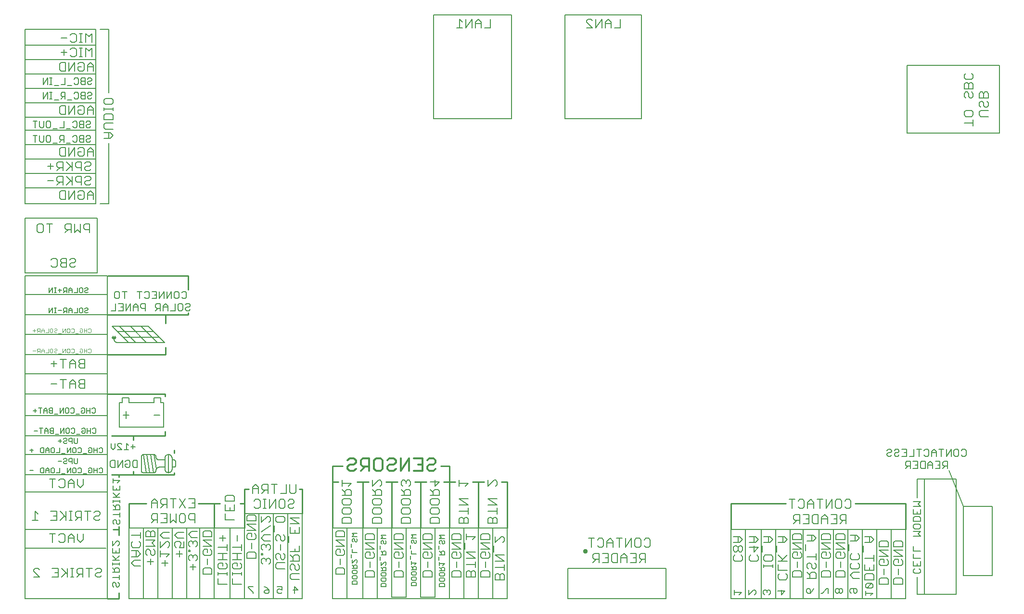
<source format=gbo>
G75*
%MOIN*%
%OFA0B0*%
%FSLAX25Y25*%
%IPPOS*%
%LPD*%
%AMOC8*
5,1,8,0,0,1.08239X$1,22.5*
%
%ADD10C,0.00800*%
%ADD11C,0.00600*%
%ADD12C,0.00500*%
%ADD13C,0.00400*%
%ADD14C,0.01000*%
%ADD15C,0.01200*%
%ADD16C,0.00700*%
%ADD17C,0.01575*%
D10*
X0019375Y0020157D02*
X0023512Y0020157D01*
X0019375Y0024294D01*
X0019375Y0025328D01*
X0020409Y0026363D01*
X0022478Y0026363D01*
X0023512Y0025328D01*
X0032266Y0026363D02*
X0036403Y0026363D01*
X0036403Y0020157D01*
X0032266Y0020157D01*
X0034334Y0023260D02*
X0036403Y0023260D01*
X0038712Y0026363D02*
X0042848Y0022226D01*
X0041814Y0023260D02*
X0038712Y0020157D01*
X0042848Y0020157D02*
X0042848Y0026363D01*
X0045077Y0026363D02*
X0047145Y0026363D01*
X0046111Y0026363D02*
X0046111Y0020157D01*
X0047145Y0020157D02*
X0045077Y0020157D01*
X0049454Y0020157D02*
X0051522Y0022226D01*
X0050488Y0022226D02*
X0053591Y0022226D01*
X0053591Y0020157D02*
X0053591Y0026363D01*
X0050488Y0026363D01*
X0049454Y0025328D01*
X0049454Y0023260D01*
X0050488Y0022226D01*
X0055900Y0026363D02*
X0060036Y0026363D01*
X0057968Y0026363D02*
X0057968Y0020157D01*
X0062345Y0021192D02*
X0063379Y0020157D01*
X0065448Y0020157D01*
X0066482Y0021192D01*
X0065448Y0023260D02*
X0063379Y0023260D01*
X0062345Y0022226D01*
X0062345Y0021192D01*
X0065448Y0023260D02*
X0066482Y0024294D01*
X0066482Y0025328D01*
X0065448Y0026363D01*
X0063379Y0026363D01*
X0062345Y0025328D01*
X0074032Y0026660D02*
X0075600Y0025092D01*
X0075600Y0025876D02*
X0075600Y0023524D01*
X0074032Y0023524D02*
X0078736Y0023524D01*
X0078736Y0025876D01*
X0077952Y0026660D01*
X0076384Y0026660D01*
X0075600Y0025876D01*
X0074032Y0028588D02*
X0074032Y0030156D01*
X0074032Y0029372D02*
X0078736Y0029372D01*
X0078736Y0028588D02*
X0078736Y0030156D01*
X0078736Y0031964D02*
X0074032Y0031964D01*
X0075600Y0031964D02*
X0078736Y0035100D01*
X0078736Y0037029D02*
X0074032Y0037029D01*
X0074032Y0040165D01*
X0074032Y0042093D02*
X0077168Y0045229D01*
X0077952Y0045229D01*
X0078736Y0044445D01*
X0078736Y0042877D01*
X0077952Y0042093D01*
X0078736Y0040165D02*
X0078736Y0037029D01*
X0076384Y0037029D02*
X0076384Y0038597D01*
X0074032Y0042093D02*
X0074032Y0045229D01*
X0087282Y0043869D02*
X0088316Y0044903D01*
X0087282Y0043869D02*
X0087282Y0041800D01*
X0088316Y0040766D01*
X0092453Y0040766D01*
X0093487Y0041800D01*
X0093487Y0043869D01*
X0092453Y0044903D01*
X0093487Y0047212D02*
X0093487Y0051349D01*
X0093487Y0049280D02*
X0087282Y0049280D01*
X0097282Y0048212D02*
X0097282Y0051314D01*
X0098316Y0052349D01*
X0099350Y0052349D01*
X0100385Y0051314D01*
X0100385Y0048212D01*
X0103487Y0048212D02*
X0103487Y0051314D01*
X0102453Y0052349D01*
X0101419Y0052349D01*
X0100385Y0051314D01*
X0103487Y0048212D02*
X0097282Y0048212D01*
X0097282Y0045903D02*
X0103487Y0045903D01*
X0101419Y0043835D01*
X0103487Y0041766D01*
X0097282Y0041766D01*
X0098316Y0039458D02*
X0097282Y0038423D01*
X0097282Y0036355D01*
X0098316Y0035321D01*
X0100385Y0036355D02*
X0100385Y0038423D01*
X0099350Y0039458D01*
X0098316Y0039458D01*
X0100385Y0036355D02*
X0101419Y0035321D01*
X0102453Y0035321D01*
X0103487Y0036355D01*
X0103487Y0038423D01*
X0102453Y0039458D01*
X0107282Y0038458D02*
X0107282Y0034321D01*
X0107282Y0036389D02*
X0113487Y0036389D01*
X0111419Y0034321D01*
X0110385Y0032012D02*
X0110385Y0027875D01*
X0112453Y0029944D02*
X0108316Y0029944D01*
X0102453Y0030944D02*
X0098316Y0030944D01*
X0100385Y0033012D02*
X0100385Y0028875D01*
X0093487Y0027875D02*
X0089350Y0027875D01*
X0087282Y0029944D01*
X0089350Y0032012D01*
X0093487Y0032012D01*
X0091419Y0034321D02*
X0087282Y0034321D01*
X0090385Y0034321D02*
X0090385Y0038458D01*
X0091419Y0038458D02*
X0087282Y0038458D01*
X0091419Y0038458D02*
X0093487Y0036389D01*
X0091419Y0034321D01*
X0107282Y0040766D02*
X0111419Y0044903D01*
X0112453Y0044903D01*
X0113487Y0043869D01*
X0113487Y0041800D01*
X0112453Y0040766D01*
X0117282Y0041800D02*
X0118316Y0040766D01*
X0117282Y0041800D02*
X0117282Y0043869D01*
X0118316Y0044903D01*
X0120385Y0044903D01*
X0121419Y0043869D01*
X0121419Y0042835D01*
X0120385Y0040766D01*
X0123487Y0040766D01*
X0123487Y0044903D01*
X0123487Y0047212D02*
X0119350Y0047212D01*
X0117282Y0049280D01*
X0119350Y0051349D01*
X0123487Y0051349D01*
X0126782Y0049780D02*
X0128850Y0051849D01*
X0132987Y0051849D01*
X0136782Y0051314D02*
X0137816Y0052349D01*
X0141953Y0052349D01*
X0142987Y0051314D01*
X0142987Y0048212D01*
X0136782Y0048212D01*
X0136782Y0051314D01*
X0132987Y0047712D02*
X0128850Y0047712D01*
X0126782Y0049780D01*
X0127816Y0045403D02*
X0126782Y0044369D01*
X0126782Y0042300D01*
X0127816Y0041266D01*
X0127816Y0039078D02*
X0126782Y0039078D01*
X0126782Y0038044D01*
X0127816Y0038044D01*
X0127816Y0039078D01*
X0127816Y0035735D02*
X0126782Y0034701D01*
X0126782Y0032632D01*
X0127816Y0031598D01*
X0129885Y0033666D02*
X0129885Y0034701D01*
X0128850Y0035735D01*
X0127816Y0035735D01*
X0129885Y0034701D02*
X0130919Y0035735D01*
X0131953Y0035735D01*
X0132987Y0034701D01*
X0132987Y0032632D01*
X0131953Y0031598D01*
X0129885Y0029289D02*
X0129885Y0025153D01*
X0131953Y0027221D02*
X0127816Y0027221D01*
X0136782Y0025532D02*
X0136782Y0022430D01*
X0142987Y0022430D01*
X0142987Y0025532D01*
X0141953Y0026567D01*
X0137816Y0026567D01*
X0136782Y0025532D01*
X0139885Y0028875D02*
X0139885Y0033012D01*
X0141953Y0035321D02*
X0137816Y0035321D01*
X0136782Y0036355D01*
X0136782Y0038423D01*
X0137816Y0039458D01*
X0139885Y0039458D01*
X0139885Y0037389D01*
X0141953Y0035321D02*
X0142987Y0036355D01*
X0142987Y0038423D01*
X0141953Y0039458D01*
X0142987Y0041766D02*
X0136782Y0045903D01*
X0142987Y0045903D01*
X0142987Y0041766D02*
X0136782Y0041766D01*
X0132987Y0042300D02*
X0131953Y0041266D01*
X0132987Y0042300D02*
X0132987Y0044369D01*
X0131953Y0045403D01*
X0130919Y0045403D01*
X0129885Y0044369D01*
X0128850Y0045403D01*
X0127816Y0045403D01*
X0129885Y0044369D02*
X0129885Y0043335D01*
X0120385Y0038458D02*
X0120385Y0034321D01*
X0122453Y0036389D02*
X0118316Y0036389D01*
X0107282Y0040766D02*
X0107282Y0044903D01*
X0109350Y0047212D02*
X0107282Y0049280D01*
X0109350Y0051349D01*
X0113487Y0051349D01*
X0113487Y0047212D02*
X0109350Y0047212D01*
X0107622Y0057907D02*
X0111759Y0057907D01*
X0111759Y0064113D01*
X0107622Y0064113D01*
X0105314Y0064113D02*
X0102211Y0064113D01*
X0101177Y0063078D01*
X0101177Y0061010D01*
X0102211Y0059976D01*
X0105314Y0059976D01*
X0105314Y0057907D02*
X0105314Y0064113D01*
X0105314Y0068407D02*
X0105314Y0072544D01*
X0103245Y0074613D01*
X0101177Y0072544D01*
X0101177Y0068407D01*
X0101177Y0071510D02*
X0105314Y0071510D01*
X0107622Y0071510D02*
X0108657Y0070476D01*
X0111759Y0070476D01*
X0109691Y0070476D02*
X0107622Y0068407D01*
X0107622Y0071510D02*
X0107622Y0073578D01*
X0108657Y0074613D01*
X0111759Y0074613D01*
X0111759Y0068407D01*
X0116136Y0068407D02*
X0116136Y0074613D01*
X0114068Y0074613D02*
X0118205Y0074613D01*
X0120513Y0074613D02*
X0124650Y0068407D01*
X0126959Y0068407D02*
X0131096Y0068407D01*
X0131096Y0074613D01*
X0126959Y0074613D01*
X0124650Y0074613D02*
X0120513Y0068407D01*
X0121548Y0064113D02*
X0120513Y0063078D01*
X0120513Y0058942D01*
X0121548Y0057907D01*
X0123616Y0057907D01*
X0124650Y0058942D01*
X0124650Y0063078D01*
X0123616Y0064113D01*
X0121548Y0064113D01*
X0118205Y0064113D02*
X0118205Y0057907D01*
X0116136Y0059976D01*
X0114068Y0057907D01*
X0114068Y0064113D01*
X0111759Y0061010D02*
X0109691Y0061010D01*
X0103245Y0059976D02*
X0101177Y0057907D01*
X0126959Y0061010D02*
X0126959Y0063078D01*
X0127993Y0064113D01*
X0131096Y0064113D01*
X0131096Y0057907D01*
X0131096Y0059976D02*
X0127993Y0059976D01*
X0126959Y0061010D01*
X0129027Y0071510D02*
X0131096Y0071510D01*
X0152282Y0070571D02*
X0152282Y0066435D01*
X0158487Y0066435D01*
X0158487Y0070571D01*
X0158487Y0072880D02*
X0158487Y0075983D01*
X0157453Y0077017D01*
X0153316Y0077017D01*
X0152282Y0075983D01*
X0152282Y0072880D01*
X0158487Y0072880D01*
X0155385Y0068503D02*
X0155385Y0066435D01*
X0152282Y0064126D02*
X0152282Y0059989D01*
X0158487Y0059989D01*
X0167282Y0059212D02*
X0167282Y0062314D01*
X0168316Y0063349D01*
X0172453Y0063349D01*
X0173487Y0062314D01*
X0173487Y0059212D01*
X0167282Y0059212D01*
X0167282Y0056903D02*
X0173487Y0056903D01*
X0177282Y0058212D02*
X0181419Y0062349D01*
X0182453Y0062349D01*
X0183487Y0061314D01*
X0183487Y0059246D01*
X0182453Y0058212D01*
X0183487Y0055903D02*
X0177282Y0051766D01*
X0179350Y0049458D02*
X0183487Y0049458D01*
X0186248Y0051766D02*
X0186248Y0055903D01*
X0188316Y0058212D02*
X0187282Y0059246D01*
X0187282Y0061314D01*
X0188316Y0062349D01*
X0192453Y0062349D01*
X0193487Y0061314D01*
X0193487Y0059246D01*
X0192453Y0058212D01*
X0188316Y0058212D01*
X0197282Y0057212D02*
X0203487Y0057212D01*
X0197282Y0061349D01*
X0203487Y0061349D01*
X0203487Y0054903D02*
X0203487Y0050766D01*
X0197282Y0050766D01*
X0197282Y0054903D01*
X0200385Y0052835D02*
X0200385Y0050766D01*
X0196248Y0048458D02*
X0196248Y0044321D01*
X0193487Y0046355D02*
X0192453Y0045321D01*
X0191419Y0045321D01*
X0190385Y0046355D01*
X0190385Y0048423D01*
X0189350Y0049458D01*
X0188316Y0049458D01*
X0187282Y0048423D01*
X0187282Y0046355D01*
X0188316Y0045321D01*
X0190385Y0043012D02*
X0190385Y0038875D01*
X0189350Y0036567D02*
X0188316Y0036567D01*
X0187282Y0035532D01*
X0187282Y0033464D01*
X0188316Y0032430D01*
X0188316Y0030121D02*
X0193487Y0030121D01*
X0192453Y0032430D02*
X0191419Y0032430D01*
X0190385Y0033464D01*
X0190385Y0035532D01*
X0189350Y0036567D01*
X0192453Y0036567D02*
X0193487Y0035532D01*
X0193487Y0033464D01*
X0192453Y0032430D01*
X0188316Y0030121D02*
X0187282Y0029087D01*
X0187282Y0027018D01*
X0188316Y0025984D01*
X0193487Y0025984D01*
X0197282Y0026018D02*
X0198316Y0024984D01*
X0197282Y0026018D02*
X0197282Y0028087D01*
X0198316Y0029121D01*
X0199350Y0029121D01*
X0200385Y0028087D01*
X0200385Y0026018D01*
X0201419Y0024984D01*
X0202453Y0024984D01*
X0203487Y0026018D01*
X0203487Y0028087D01*
X0202453Y0029121D01*
X0203487Y0031430D02*
X0197282Y0031430D01*
X0199350Y0031430D02*
X0199350Y0034532D01*
X0200385Y0035567D01*
X0202453Y0035567D01*
X0203487Y0034532D01*
X0203487Y0031430D01*
X0199350Y0033498D02*
X0197282Y0035567D01*
X0197282Y0037875D02*
X0203487Y0037875D01*
X0203487Y0042012D01*
X0200385Y0039944D02*
X0200385Y0037875D01*
X0183487Y0039909D02*
X0183487Y0041978D01*
X0182453Y0043012D01*
X0181419Y0043012D01*
X0180385Y0041978D01*
X0179350Y0043012D01*
X0178316Y0043012D01*
X0177282Y0041978D01*
X0177282Y0039909D01*
X0178316Y0038875D01*
X0178316Y0036687D02*
X0177282Y0036687D01*
X0177282Y0035652D01*
X0178316Y0035652D01*
X0178316Y0036687D01*
X0178316Y0033344D02*
X0177282Y0032310D01*
X0177282Y0030241D01*
X0178316Y0029207D01*
X0180385Y0031275D02*
X0180385Y0032310D01*
X0179350Y0033344D01*
X0178316Y0033344D01*
X0180385Y0032310D02*
X0181419Y0033344D01*
X0182453Y0033344D01*
X0183487Y0032310D01*
X0183487Y0030241D01*
X0182453Y0029207D01*
X0197282Y0021641D02*
X0198316Y0022676D01*
X0203487Y0022676D01*
X0203487Y0018539D02*
X0198316Y0018539D01*
X0197282Y0019573D01*
X0197282Y0021641D01*
X0173487Y0033430D02*
X0167282Y0033430D01*
X0167282Y0036532D01*
X0168316Y0037567D01*
X0172453Y0037567D01*
X0173487Y0036532D01*
X0173487Y0033430D01*
X0170385Y0039875D02*
X0170385Y0044012D01*
X0172453Y0046321D02*
X0168316Y0046321D01*
X0167282Y0047355D01*
X0167282Y0049423D01*
X0168316Y0050458D01*
X0170385Y0050458D01*
X0170385Y0048389D01*
X0172453Y0046321D02*
X0173487Y0047355D01*
X0173487Y0049423D01*
X0172453Y0050458D01*
X0173487Y0052766D02*
X0167282Y0056903D01*
X0167282Y0052766D02*
X0173487Y0052766D01*
X0177282Y0047389D02*
X0179350Y0049458D01*
X0177282Y0047389D02*
X0179350Y0045321D01*
X0183487Y0045321D01*
X0180385Y0041978D02*
X0180385Y0040944D01*
X0182453Y0038875D02*
X0183487Y0039909D01*
X0193487Y0046355D02*
X0193487Y0048423D01*
X0192453Y0049458D01*
X0177282Y0058212D02*
X0177282Y0062349D01*
X0178616Y0067907D02*
X0180685Y0067907D01*
X0179651Y0067907D02*
X0179651Y0074113D01*
X0180685Y0074113D02*
X0178616Y0074113D01*
X0176388Y0073078D02*
X0176388Y0068942D01*
X0175354Y0067907D01*
X0173285Y0067907D01*
X0172251Y0068942D01*
X0172251Y0073078D02*
X0173285Y0074113D01*
X0175354Y0074113D01*
X0176388Y0073078D01*
X0175314Y0078407D02*
X0175314Y0082544D01*
X0173245Y0084613D01*
X0171177Y0082544D01*
X0171177Y0078407D01*
X0171177Y0081510D02*
X0175314Y0081510D01*
X0177622Y0081510D02*
X0178657Y0080476D01*
X0181759Y0080476D01*
X0179691Y0080476D02*
X0177622Y0078407D01*
X0177622Y0081510D02*
X0177622Y0083578D01*
X0178657Y0084613D01*
X0181759Y0084613D01*
X0181759Y0078407D01*
X0186136Y0078407D02*
X0186136Y0084613D01*
X0184068Y0084613D02*
X0188205Y0084613D01*
X0194650Y0084613D02*
X0194650Y0078407D01*
X0190513Y0078407D01*
X0190473Y0074113D02*
X0189439Y0073078D01*
X0189439Y0068942D01*
X0190473Y0067907D01*
X0192542Y0067907D01*
X0193576Y0068942D01*
X0193576Y0073078D01*
X0192542Y0074113D01*
X0190473Y0074113D01*
X0187130Y0074113D02*
X0182994Y0067907D01*
X0182994Y0074113D01*
X0187130Y0074113D02*
X0187130Y0067907D01*
X0195885Y0068942D02*
X0196919Y0067907D01*
X0198987Y0067907D01*
X0200021Y0068942D01*
X0198987Y0071010D02*
X0196919Y0071010D01*
X0195885Y0069976D01*
X0195885Y0068942D01*
X0198987Y0071010D02*
X0200021Y0072044D01*
X0200021Y0073078D01*
X0198987Y0074113D01*
X0196919Y0074113D01*
X0195885Y0073078D01*
X0197993Y0078407D02*
X0196959Y0079442D01*
X0196959Y0084613D01*
X0201096Y0084613D02*
X0201096Y0079442D01*
X0200061Y0078407D01*
X0197993Y0078407D01*
X0233282Y0076880D02*
X0239487Y0076880D01*
X0239487Y0079983D01*
X0238453Y0081017D01*
X0236385Y0081017D01*
X0235350Y0079983D01*
X0235350Y0076880D01*
X0235350Y0078948D02*
X0233282Y0081017D01*
X0233282Y0083326D02*
X0233282Y0087462D01*
X0233282Y0085394D02*
X0239487Y0085394D01*
X0237419Y0083326D01*
X0238453Y0074571D02*
X0239487Y0073537D01*
X0239487Y0071469D01*
X0238453Y0070435D01*
X0234316Y0070435D01*
X0233282Y0071469D01*
X0233282Y0073537D01*
X0234316Y0074571D01*
X0238453Y0074571D01*
X0238453Y0068126D02*
X0239487Y0067092D01*
X0239487Y0065023D01*
X0238453Y0063989D01*
X0234316Y0063989D01*
X0233282Y0065023D01*
X0233282Y0067092D01*
X0234316Y0068126D01*
X0238453Y0068126D01*
X0238453Y0061680D02*
X0239487Y0060646D01*
X0239487Y0057544D01*
X0233282Y0057544D01*
X0233282Y0060646D01*
X0234316Y0061680D01*
X0238453Y0061680D01*
X0233953Y0052349D02*
X0229816Y0052349D01*
X0228782Y0051314D01*
X0228782Y0048212D01*
X0234987Y0048212D01*
X0234987Y0051314D01*
X0233953Y0052349D01*
X0249282Y0049314D02*
X0250316Y0050349D01*
X0254453Y0050349D01*
X0255487Y0049314D01*
X0255487Y0046212D01*
X0249282Y0046212D01*
X0249282Y0049314D01*
X0249282Y0043903D02*
X0255487Y0043903D01*
X0255487Y0039766D02*
X0249282Y0039766D01*
X0250316Y0037458D02*
X0252385Y0037458D01*
X0252385Y0035389D01*
X0254453Y0033321D02*
X0255487Y0034355D01*
X0255487Y0036423D01*
X0254453Y0037458D01*
X0255487Y0039766D02*
X0249282Y0043903D01*
X0234987Y0045903D02*
X0228782Y0045903D01*
X0234987Y0041766D01*
X0228782Y0041766D01*
X0229816Y0039458D02*
X0231885Y0039458D01*
X0231885Y0037389D01*
X0233953Y0035321D02*
X0229816Y0035321D01*
X0228782Y0036355D01*
X0228782Y0038423D01*
X0229816Y0039458D01*
X0233953Y0039458D02*
X0234987Y0038423D01*
X0234987Y0036355D01*
X0233953Y0035321D01*
X0231885Y0033012D02*
X0231885Y0028875D01*
X0233953Y0026567D02*
X0234987Y0025532D01*
X0234987Y0022430D01*
X0228782Y0022430D01*
X0228782Y0025532D01*
X0229816Y0026567D01*
X0233953Y0026567D01*
X0249282Y0023532D02*
X0250316Y0024567D01*
X0254453Y0024567D01*
X0255487Y0023532D01*
X0255487Y0020430D01*
X0249282Y0020430D01*
X0249282Y0023532D01*
X0252385Y0026875D02*
X0252385Y0031012D01*
X0254453Y0033321D02*
X0250316Y0033321D01*
X0249282Y0034355D01*
X0249282Y0036423D01*
X0250316Y0037458D01*
X0269282Y0036423D02*
X0270316Y0037458D01*
X0272385Y0037458D01*
X0272385Y0035389D01*
X0274453Y0033321D02*
X0275487Y0034355D01*
X0275487Y0036423D01*
X0274453Y0037458D01*
X0275487Y0039766D02*
X0269282Y0039766D01*
X0269282Y0036423D02*
X0269282Y0034355D01*
X0270316Y0033321D01*
X0274453Y0033321D01*
X0272385Y0031012D02*
X0272385Y0026875D01*
X0274453Y0024567D02*
X0270316Y0024567D01*
X0269282Y0023532D01*
X0269282Y0020430D01*
X0275487Y0020430D01*
X0275487Y0023532D01*
X0274453Y0024567D01*
X0289282Y0023532D02*
X0289282Y0020430D01*
X0295487Y0020430D01*
X0295487Y0023532D01*
X0294453Y0024567D01*
X0290316Y0024567D01*
X0289282Y0023532D01*
X0292385Y0026875D02*
X0292385Y0031012D01*
X0294453Y0033321D02*
X0290316Y0033321D01*
X0289282Y0034355D01*
X0289282Y0036423D01*
X0290316Y0037458D01*
X0292385Y0037458D01*
X0292385Y0035389D01*
X0294453Y0033321D02*
X0295487Y0034355D01*
X0295487Y0036423D01*
X0294453Y0037458D01*
X0295487Y0039766D02*
X0289282Y0039766D01*
X0289282Y0043903D02*
X0295487Y0043903D01*
X0295487Y0046212D02*
X0289282Y0046212D01*
X0289282Y0049314D01*
X0290316Y0050349D01*
X0294453Y0050349D01*
X0295487Y0049314D01*
X0295487Y0046212D01*
X0295487Y0039766D02*
X0289282Y0043903D01*
X0275487Y0043903D02*
X0269282Y0043903D01*
X0275487Y0039766D01*
X0275487Y0046212D02*
X0269282Y0046212D01*
X0269282Y0049314D01*
X0270316Y0050349D01*
X0274453Y0050349D01*
X0275487Y0049314D01*
X0275487Y0046212D01*
X0274282Y0057544D02*
X0274282Y0060646D01*
X0275316Y0061680D01*
X0279453Y0061680D01*
X0280487Y0060646D01*
X0280487Y0057544D01*
X0274282Y0057544D01*
X0275316Y0063989D02*
X0274282Y0065023D01*
X0274282Y0067092D01*
X0275316Y0068126D01*
X0279453Y0068126D01*
X0280487Y0067092D01*
X0280487Y0065023D01*
X0279453Y0063989D01*
X0275316Y0063989D01*
X0275316Y0070435D02*
X0274282Y0071469D01*
X0274282Y0073537D01*
X0275316Y0074571D01*
X0279453Y0074571D01*
X0280487Y0073537D01*
X0280487Y0071469D01*
X0279453Y0070435D01*
X0275316Y0070435D01*
X0274282Y0076880D02*
X0280487Y0076880D01*
X0280487Y0079983D01*
X0279453Y0081017D01*
X0277385Y0081017D01*
X0276350Y0079983D01*
X0276350Y0076880D01*
X0276350Y0078948D02*
X0274282Y0081017D01*
X0275316Y0083326D02*
X0274282Y0084360D01*
X0274282Y0086428D01*
X0275316Y0087462D01*
X0276350Y0087462D01*
X0277385Y0086428D01*
X0277385Y0085394D01*
X0277385Y0086428D02*
X0278419Y0087462D01*
X0279453Y0087462D01*
X0280487Y0086428D01*
X0280487Y0084360D01*
X0279453Y0083326D01*
X0294282Y0081017D02*
X0296350Y0078948D01*
X0296350Y0079983D02*
X0296350Y0076880D01*
X0294282Y0076880D02*
X0300487Y0076880D01*
X0300487Y0079983D01*
X0299453Y0081017D01*
X0297385Y0081017D01*
X0296350Y0079983D01*
X0297385Y0083326D02*
X0297385Y0087462D01*
X0300487Y0086428D02*
X0297385Y0083326D01*
X0300487Y0086428D02*
X0294282Y0086428D01*
X0314282Y0085394D02*
X0320487Y0085394D01*
X0318419Y0083326D01*
X0314282Y0083326D02*
X0314282Y0087462D01*
X0334282Y0087462D02*
X0334282Y0083326D01*
X0338419Y0087462D01*
X0339453Y0087462D01*
X0340487Y0086428D01*
X0340487Y0084360D01*
X0339453Y0083326D01*
X0340487Y0074571D02*
X0334282Y0074571D01*
X0340487Y0070435D01*
X0334282Y0070435D01*
X0334282Y0066057D02*
X0340487Y0066057D01*
X0340487Y0063989D02*
X0340487Y0068126D01*
X0339453Y0061680D02*
X0338419Y0061680D01*
X0337385Y0060646D01*
X0337385Y0057544D01*
X0337385Y0060646D02*
X0336350Y0061680D01*
X0335316Y0061680D01*
X0334282Y0060646D01*
X0334282Y0057544D01*
X0340487Y0057544D01*
X0340487Y0060646D01*
X0339453Y0061680D01*
X0334453Y0050349D02*
X0330316Y0050349D01*
X0329282Y0049314D01*
X0329282Y0046212D01*
X0335487Y0046212D01*
X0335487Y0049314D01*
X0334453Y0050349D01*
X0339282Y0048349D02*
X0339282Y0044212D01*
X0343419Y0048349D01*
X0344453Y0048349D01*
X0345487Y0047314D01*
X0345487Y0045246D01*
X0344453Y0044212D01*
X0338248Y0041903D02*
X0338248Y0037766D01*
X0339282Y0035458D02*
X0345487Y0035458D01*
X0345487Y0031321D02*
X0339282Y0031321D01*
X0339282Y0035458D02*
X0345487Y0031321D01*
X0345487Y0029012D02*
X0345487Y0024875D01*
X0345487Y0026944D02*
X0339282Y0026944D01*
X0340316Y0022567D02*
X0339282Y0021532D01*
X0339282Y0018430D01*
X0345487Y0018430D01*
X0345487Y0021532D01*
X0344453Y0022567D01*
X0343419Y0022567D01*
X0342385Y0021532D01*
X0342385Y0018430D01*
X0342385Y0021532D02*
X0341350Y0022567D01*
X0340316Y0022567D01*
X0335487Y0023532D02*
X0335487Y0020430D01*
X0329282Y0020430D01*
X0329282Y0023532D01*
X0330316Y0024567D01*
X0334453Y0024567D01*
X0335487Y0023532D01*
X0332385Y0026875D02*
X0332385Y0031012D01*
X0334453Y0033321D02*
X0330316Y0033321D01*
X0329282Y0034355D01*
X0329282Y0036423D01*
X0330316Y0037458D01*
X0332385Y0037458D01*
X0332385Y0035389D01*
X0334453Y0033321D02*
X0335487Y0034355D01*
X0335487Y0036423D01*
X0334453Y0037458D01*
X0335487Y0039766D02*
X0329282Y0039766D01*
X0329282Y0043903D02*
X0335487Y0043903D01*
X0335487Y0039766D02*
X0329282Y0043903D01*
X0325487Y0048280D02*
X0319282Y0048280D01*
X0319282Y0046212D02*
X0319282Y0050349D01*
X0315487Y0049314D02*
X0314453Y0050349D01*
X0310316Y0050349D01*
X0309282Y0049314D01*
X0309282Y0046212D01*
X0315487Y0046212D01*
X0315487Y0049314D01*
X0315487Y0043903D02*
X0309282Y0043903D01*
X0315487Y0039766D01*
X0309282Y0039766D01*
X0310316Y0037458D02*
X0312385Y0037458D01*
X0312385Y0035389D01*
X0314453Y0033321D02*
X0315487Y0034355D01*
X0315487Y0036423D01*
X0314453Y0037458D01*
X0310316Y0037458D02*
X0309282Y0036423D01*
X0309282Y0034355D01*
X0310316Y0033321D01*
X0314453Y0033321D01*
X0312385Y0031012D02*
X0312385Y0026875D01*
X0314453Y0024567D02*
X0310316Y0024567D01*
X0309282Y0023532D01*
X0309282Y0020430D01*
X0315487Y0020430D01*
X0315487Y0023532D01*
X0314453Y0024567D01*
X0319282Y0023532D02*
X0319282Y0020430D01*
X0325487Y0020430D01*
X0325487Y0023532D01*
X0324453Y0024567D01*
X0323419Y0024567D01*
X0322385Y0023532D01*
X0322385Y0020430D01*
X0322385Y0023532D02*
X0321350Y0024567D01*
X0320316Y0024567D01*
X0319282Y0023532D01*
X0319282Y0028944D02*
X0325487Y0028944D01*
X0325487Y0031012D02*
X0325487Y0026875D01*
X0325487Y0033321D02*
X0319282Y0033321D01*
X0319282Y0037458D02*
X0325487Y0037458D01*
X0325487Y0033321D02*
X0319282Y0037458D01*
X0318248Y0039766D02*
X0318248Y0043903D01*
X0323419Y0046212D02*
X0325487Y0048280D01*
X0320487Y0057544D02*
X0320487Y0060646D01*
X0319453Y0061680D01*
X0318419Y0061680D01*
X0317385Y0060646D01*
X0317385Y0057544D01*
X0317385Y0060646D02*
X0316350Y0061680D01*
X0315316Y0061680D01*
X0314282Y0060646D01*
X0314282Y0057544D01*
X0320487Y0057544D01*
X0320487Y0063989D02*
X0320487Y0068126D01*
X0320487Y0066057D02*
X0314282Y0066057D01*
X0314282Y0070435D02*
X0320487Y0070435D01*
X0314282Y0074571D01*
X0320487Y0074571D01*
X0300487Y0073537D02*
X0299453Y0074571D01*
X0295316Y0074571D01*
X0294282Y0073537D01*
X0294282Y0071469D01*
X0295316Y0070435D01*
X0299453Y0070435D01*
X0300487Y0071469D01*
X0300487Y0073537D01*
X0299453Y0068126D02*
X0300487Y0067092D01*
X0300487Y0065023D01*
X0299453Y0063989D01*
X0295316Y0063989D01*
X0294282Y0065023D01*
X0294282Y0067092D01*
X0295316Y0068126D01*
X0299453Y0068126D01*
X0299453Y0061680D02*
X0300487Y0060646D01*
X0300487Y0057544D01*
X0294282Y0057544D01*
X0294282Y0060646D01*
X0295316Y0061680D01*
X0299453Y0061680D01*
X0260487Y0060646D02*
X0260487Y0057544D01*
X0254282Y0057544D01*
X0254282Y0060646D01*
X0255316Y0061680D01*
X0259453Y0061680D01*
X0260487Y0060646D01*
X0259453Y0063989D02*
X0255316Y0063989D01*
X0254282Y0065023D01*
X0254282Y0067092D01*
X0255316Y0068126D01*
X0259453Y0068126D01*
X0260487Y0067092D01*
X0260487Y0065023D01*
X0259453Y0063989D01*
X0259453Y0070435D02*
X0255316Y0070435D01*
X0254282Y0071469D01*
X0254282Y0073537D01*
X0255316Y0074571D01*
X0259453Y0074571D01*
X0260487Y0073537D01*
X0260487Y0071469D01*
X0259453Y0070435D01*
X0260487Y0076880D02*
X0260487Y0079983D01*
X0259453Y0081017D01*
X0257385Y0081017D01*
X0256350Y0079983D01*
X0256350Y0076880D01*
X0254282Y0076880D02*
X0260487Y0076880D01*
X0256350Y0078948D02*
X0254282Y0081017D01*
X0254282Y0083326D02*
X0258419Y0087462D01*
X0259453Y0087462D01*
X0260487Y0086428D01*
X0260487Y0084360D01*
X0259453Y0083326D01*
X0254282Y0083326D02*
X0254282Y0087462D01*
X0163487Y0042903D02*
X0163487Y0038766D01*
X0163487Y0040835D02*
X0157282Y0040835D01*
X0153487Y0040835D02*
X0147282Y0040835D01*
X0147282Y0036458D02*
X0153487Y0036458D01*
X0153487Y0038766D02*
X0153487Y0042903D01*
X0150385Y0045212D02*
X0150385Y0049349D01*
X0152453Y0047280D02*
X0148316Y0047280D01*
X0160385Y0045212D02*
X0160385Y0049349D01*
X0160385Y0036458D02*
X0160385Y0032321D01*
X0160385Y0030012D02*
X0160385Y0027944D01*
X0160385Y0030012D02*
X0158316Y0030012D01*
X0157282Y0028978D01*
X0157282Y0026909D01*
X0158316Y0025875D01*
X0162453Y0025875D01*
X0163487Y0026909D01*
X0163487Y0028978D01*
X0162453Y0030012D01*
X0163487Y0032321D02*
X0157282Y0032321D01*
X0153487Y0032321D02*
X0147282Y0032321D01*
X0148316Y0030012D02*
X0150385Y0030012D01*
X0150385Y0027944D01*
X0152453Y0030012D02*
X0153487Y0028978D01*
X0153487Y0026909D01*
X0152453Y0025875D01*
X0148316Y0025875D01*
X0147282Y0026909D01*
X0147282Y0028978D01*
X0148316Y0030012D01*
X0150385Y0032321D02*
X0150385Y0036458D01*
X0157282Y0036458D02*
X0163487Y0036458D01*
X0163487Y0023647D02*
X0163487Y0021578D01*
X0163487Y0022612D02*
X0157282Y0022612D01*
X0157282Y0021578D02*
X0157282Y0023647D01*
X0153487Y0023647D02*
X0153487Y0021578D01*
X0153487Y0022612D02*
X0147282Y0022612D01*
X0147282Y0021578D02*
X0147282Y0023647D01*
X0147282Y0019270D02*
X0147282Y0015133D01*
X0153487Y0015133D01*
X0157282Y0015133D02*
X0157282Y0019270D01*
X0157282Y0015133D02*
X0163487Y0015133D01*
X0078736Y0015747D02*
X0078736Y0014179D01*
X0077952Y0013395D01*
X0077168Y0013395D01*
X0076384Y0014179D01*
X0076384Y0015747D01*
X0075600Y0016531D01*
X0074816Y0016531D01*
X0074032Y0015747D01*
X0074032Y0014179D01*
X0074816Y0013395D01*
X0077952Y0016531D02*
X0078736Y0015747D01*
X0078736Y0018459D02*
X0078736Y0021595D01*
X0078736Y0020027D02*
X0074032Y0020027D01*
X0076384Y0032748D02*
X0074032Y0035100D01*
X0053982Y0046226D02*
X0051913Y0044157D01*
X0049845Y0046226D01*
X0049845Y0050363D01*
X0047536Y0048294D02*
X0045468Y0050363D01*
X0043400Y0048294D01*
X0043400Y0044157D01*
X0041091Y0045192D02*
X0040057Y0044157D01*
X0037988Y0044157D01*
X0036954Y0045192D01*
X0036954Y0049328D02*
X0037988Y0050363D01*
X0040057Y0050363D01*
X0041091Y0049328D01*
X0041091Y0045192D01*
X0043400Y0047260D02*
X0047536Y0047260D01*
X0047536Y0048294D02*
X0047536Y0044157D01*
X0053982Y0046226D02*
X0053982Y0050363D01*
X0052591Y0059657D02*
X0052591Y0065863D01*
X0049488Y0065863D01*
X0048454Y0064828D01*
X0048454Y0062760D01*
X0049488Y0061726D01*
X0052591Y0061726D01*
X0050522Y0061726D02*
X0048454Y0059657D01*
X0046145Y0059657D02*
X0044077Y0059657D01*
X0045111Y0059657D02*
X0045111Y0065863D01*
X0046145Y0065863D02*
X0044077Y0065863D01*
X0041848Y0065863D02*
X0041848Y0059657D01*
X0041848Y0061726D02*
X0037712Y0065863D01*
X0035403Y0065863D02*
X0035403Y0059657D01*
X0031266Y0059657D01*
X0033334Y0062760D02*
X0035403Y0062760D01*
X0035403Y0065863D02*
X0031266Y0065863D01*
X0037712Y0059657D02*
X0040814Y0062760D01*
X0054900Y0065863D02*
X0059036Y0065863D01*
X0056968Y0065863D02*
X0056968Y0059657D01*
X0061345Y0060692D02*
X0062379Y0059657D01*
X0064448Y0059657D01*
X0065482Y0060692D01*
X0064448Y0062760D02*
X0062379Y0062760D01*
X0061345Y0061726D01*
X0061345Y0060692D01*
X0064448Y0062760D02*
X0065482Y0063794D01*
X0065482Y0064828D01*
X0064448Y0065863D01*
X0062379Y0065863D01*
X0061345Y0064828D01*
X0074532Y0063527D02*
X0079236Y0063527D01*
X0079236Y0061959D02*
X0079236Y0065095D01*
X0079236Y0067024D02*
X0079236Y0069376D01*
X0078452Y0070160D01*
X0076884Y0070160D01*
X0076100Y0069376D01*
X0076100Y0067024D01*
X0076100Y0068592D02*
X0074532Y0070160D01*
X0074532Y0072088D02*
X0074532Y0073656D01*
X0074532Y0072872D02*
X0079236Y0072872D01*
X0079236Y0072088D02*
X0079236Y0073656D01*
X0079236Y0075464D02*
X0074532Y0075464D01*
X0076100Y0075464D02*
X0079236Y0078600D01*
X0079236Y0080529D02*
X0074532Y0080529D01*
X0074532Y0083665D01*
X0074532Y0085593D02*
X0074532Y0088729D01*
X0074532Y0087161D02*
X0079236Y0087161D01*
X0077668Y0085593D01*
X0079236Y0083665D02*
X0079236Y0080529D01*
X0076884Y0080529D02*
X0076884Y0082097D01*
X0074532Y0078600D02*
X0076884Y0076248D01*
X0074532Y0067024D02*
X0079236Y0067024D01*
X0078452Y0060031D02*
X0079236Y0059247D01*
X0079236Y0057679D01*
X0078452Y0056895D01*
X0077668Y0056895D01*
X0076884Y0057679D01*
X0076884Y0059247D01*
X0076100Y0060031D01*
X0075316Y0060031D01*
X0074532Y0059247D01*
X0074532Y0057679D01*
X0075316Y0056895D01*
X0034645Y0050363D02*
X0030509Y0050363D01*
X0032577Y0050363D02*
X0032577Y0044157D01*
X0022512Y0059657D02*
X0018375Y0059657D01*
X0020443Y0059657D02*
X0020443Y0065863D01*
X0022512Y0063794D01*
X0032577Y0082157D02*
X0032577Y0088363D01*
X0034645Y0088363D02*
X0030509Y0088363D01*
X0036954Y0087328D02*
X0037988Y0088363D01*
X0040057Y0088363D01*
X0041091Y0087328D01*
X0041091Y0083192D01*
X0040057Y0082157D01*
X0037988Y0082157D01*
X0036954Y0083192D01*
X0043400Y0082157D02*
X0043400Y0086294D01*
X0045468Y0088363D01*
X0047536Y0086294D01*
X0047536Y0082157D01*
X0049845Y0084226D02*
X0049845Y0088363D01*
X0047536Y0085260D02*
X0043400Y0085260D01*
X0049845Y0084226D02*
X0051913Y0082157D01*
X0053982Y0084226D01*
X0053982Y0088363D01*
X0054982Y0151157D02*
X0051879Y0151157D01*
X0050845Y0152192D01*
X0050845Y0153226D01*
X0051879Y0154260D01*
X0054982Y0154260D01*
X0054982Y0151157D02*
X0054982Y0157363D01*
X0051879Y0157363D01*
X0050845Y0156328D01*
X0050845Y0155294D01*
X0051879Y0154260D01*
X0048536Y0154260D02*
X0044400Y0154260D01*
X0044400Y0155294D02*
X0044400Y0151157D01*
X0048536Y0151157D02*
X0048536Y0155294D01*
X0046468Y0157363D01*
X0044400Y0155294D01*
X0042091Y0157363D02*
X0037954Y0157363D01*
X0040022Y0157363D02*
X0040022Y0151157D01*
X0035645Y0154260D02*
X0031509Y0154260D01*
X0033577Y0166192D02*
X0033577Y0170328D01*
X0035645Y0168260D02*
X0031509Y0168260D01*
X0037954Y0171363D02*
X0042091Y0171363D01*
X0040022Y0171363D02*
X0040022Y0165157D01*
X0044400Y0165157D02*
X0044400Y0169294D01*
X0046468Y0171363D01*
X0048536Y0169294D01*
X0048536Y0165157D01*
X0050845Y0166192D02*
X0050845Y0167226D01*
X0051879Y0168260D01*
X0054982Y0168260D01*
X0054982Y0165157D02*
X0054982Y0171363D01*
X0051879Y0171363D01*
X0050845Y0170328D01*
X0050845Y0169294D01*
X0051879Y0168260D01*
X0050845Y0166192D02*
X0051879Y0165157D01*
X0054982Y0165157D01*
X0048536Y0168260D02*
X0044400Y0168260D01*
X0045548Y0235157D02*
X0047616Y0235157D01*
X0048650Y0236192D01*
X0047616Y0238260D02*
X0045548Y0238260D01*
X0044513Y0237226D01*
X0044513Y0236192D01*
X0045548Y0235157D01*
X0042205Y0235157D02*
X0039102Y0235157D01*
X0038068Y0236192D01*
X0038068Y0237226D01*
X0039102Y0238260D01*
X0042205Y0238260D01*
X0044513Y0240328D02*
X0045548Y0241363D01*
X0047616Y0241363D01*
X0048650Y0240328D01*
X0048650Y0239294D01*
X0047616Y0238260D01*
X0042205Y0241363D02*
X0039102Y0241363D01*
X0038068Y0240328D01*
X0038068Y0239294D01*
X0039102Y0238260D01*
X0035759Y0240328D02*
X0035759Y0236192D01*
X0034725Y0235157D01*
X0032657Y0235157D01*
X0031622Y0236192D01*
X0031622Y0240328D02*
X0032657Y0241363D01*
X0034725Y0241363D01*
X0035759Y0240328D01*
X0042205Y0241363D02*
X0042205Y0235157D01*
X0041291Y0259157D02*
X0043359Y0261226D01*
X0042325Y0261226D02*
X0045427Y0261226D01*
X0045427Y0259157D02*
X0045427Y0265363D01*
X0042325Y0265363D01*
X0041291Y0264328D01*
X0041291Y0262260D01*
X0042325Y0261226D01*
X0047736Y0259157D02*
X0047736Y0265363D01*
X0051873Y0265363D02*
X0051873Y0259157D01*
X0049804Y0261226D01*
X0047736Y0259157D01*
X0054182Y0262260D02*
X0054182Y0264328D01*
X0055216Y0265363D01*
X0058318Y0265363D01*
X0058318Y0259157D01*
X0058318Y0261226D02*
X0055216Y0261226D01*
X0054182Y0262260D01*
X0032536Y0265363D02*
X0028400Y0265363D01*
X0030468Y0265363D02*
X0030468Y0259157D01*
X0026091Y0260192D02*
X0026091Y0264328D01*
X0025057Y0265363D01*
X0022988Y0265363D01*
X0021954Y0264328D01*
X0021954Y0260192D01*
X0022988Y0259157D01*
X0025057Y0259157D01*
X0026091Y0260192D01*
X0038434Y0282157D02*
X0037400Y0283192D01*
X0037400Y0287328D01*
X0038434Y0288363D01*
X0041536Y0288363D01*
X0041536Y0282157D01*
X0038434Y0282157D01*
X0043845Y0282157D02*
X0043845Y0288363D01*
X0047982Y0288363D02*
X0043845Y0282157D01*
X0047982Y0282157D02*
X0047982Y0288363D01*
X0050291Y0287328D02*
X0051325Y0288363D01*
X0053393Y0288363D01*
X0054427Y0287328D01*
X0054427Y0283192D01*
X0053393Y0282157D01*
X0051325Y0282157D01*
X0050291Y0283192D01*
X0050291Y0285260D01*
X0052359Y0285260D01*
X0056736Y0285260D02*
X0060873Y0285260D01*
X0060873Y0286294D02*
X0058804Y0288363D01*
X0056736Y0286294D01*
X0056736Y0282157D01*
X0060873Y0282157D02*
X0060873Y0286294D01*
X0058061Y0292157D02*
X0059096Y0293192D01*
X0058061Y0292157D02*
X0055993Y0292157D01*
X0054959Y0293192D01*
X0054959Y0294226D01*
X0055993Y0295260D01*
X0058061Y0295260D01*
X0059096Y0296294D01*
X0059096Y0297328D01*
X0058061Y0298363D01*
X0055993Y0298363D01*
X0054959Y0297328D01*
X0052650Y0298363D02*
X0049548Y0298363D01*
X0048513Y0297328D01*
X0048513Y0295260D01*
X0049548Y0294226D01*
X0052650Y0294226D01*
X0052650Y0292157D02*
X0052650Y0298363D01*
X0052650Y0302157D02*
X0052650Y0308363D01*
X0049548Y0308363D01*
X0048513Y0307328D01*
X0048513Y0305260D01*
X0049548Y0304226D01*
X0052650Y0304226D01*
X0054959Y0304226D02*
X0054959Y0303192D01*
X0055993Y0302157D01*
X0058061Y0302157D01*
X0059096Y0303192D01*
X0058061Y0305260D02*
X0055993Y0305260D01*
X0054959Y0304226D01*
X0054959Y0307328D02*
X0055993Y0308363D01*
X0058061Y0308363D01*
X0059096Y0307328D01*
X0059096Y0306294D01*
X0058061Y0305260D01*
X0056736Y0312157D02*
X0056736Y0316294D01*
X0058804Y0318363D01*
X0060873Y0316294D01*
X0060873Y0312157D01*
X0060873Y0315260D02*
X0056736Y0315260D01*
X0054427Y0317328D02*
X0054427Y0313192D01*
X0053393Y0312157D01*
X0051325Y0312157D01*
X0050291Y0313192D01*
X0050291Y0315260D01*
X0052359Y0315260D01*
X0054427Y0317328D02*
X0053393Y0318363D01*
X0051325Y0318363D01*
X0050291Y0317328D01*
X0047982Y0318363D02*
X0043845Y0312157D01*
X0043845Y0318363D01*
X0041536Y0318363D02*
X0038434Y0318363D01*
X0037400Y0317328D01*
X0037400Y0313192D01*
X0038434Y0312157D01*
X0041536Y0312157D01*
X0041536Y0318363D01*
X0047982Y0318363D02*
X0047982Y0312157D01*
X0046205Y0308363D02*
X0046205Y0302157D01*
X0046205Y0304226D02*
X0042068Y0308363D01*
X0039759Y0308363D02*
X0039759Y0302157D01*
X0039759Y0304226D02*
X0036657Y0304226D01*
X0035622Y0305260D01*
X0035622Y0307328D01*
X0036657Y0308363D01*
X0039759Y0308363D01*
X0037691Y0304226D02*
X0035622Y0302157D01*
X0033314Y0305260D02*
X0029177Y0305260D01*
X0031245Y0307328D02*
X0031245Y0303192D01*
X0036657Y0298363D02*
X0035622Y0297328D01*
X0035622Y0295260D01*
X0036657Y0294226D01*
X0039759Y0294226D01*
X0037691Y0294226D02*
X0035622Y0292157D01*
X0033314Y0295260D02*
X0029177Y0295260D01*
X0036657Y0298363D02*
X0039759Y0298363D01*
X0039759Y0292157D01*
X0042068Y0292157D02*
X0045170Y0295260D01*
X0046205Y0294226D02*
X0042068Y0298363D01*
X0042068Y0302157D02*
X0045170Y0305260D01*
X0046205Y0298363D02*
X0046205Y0292157D01*
X0068282Y0324618D02*
X0072419Y0324618D01*
X0074487Y0326686D01*
X0072419Y0328755D01*
X0068282Y0328755D01*
X0069316Y0331063D02*
X0068282Y0332097D01*
X0068282Y0334166D01*
X0069316Y0335200D01*
X0074487Y0335200D01*
X0074487Y0337509D02*
X0074487Y0340611D01*
X0073453Y0341646D01*
X0069316Y0341646D01*
X0068282Y0340611D01*
X0068282Y0337509D01*
X0074487Y0337509D01*
X0074487Y0331063D02*
X0069316Y0331063D01*
X0071385Y0328755D02*
X0071385Y0324618D01*
X0060873Y0341157D02*
X0060873Y0345294D01*
X0058804Y0347363D01*
X0056736Y0345294D01*
X0056736Y0341157D01*
X0054427Y0342192D02*
X0053393Y0341157D01*
X0051325Y0341157D01*
X0050291Y0342192D01*
X0050291Y0344260D01*
X0052359Y0344260D01*
X0054427Y0346328D02*
X0054427Y0342192D01*
X0056736Y0344260D02*
X0060873Y0344260D01*
X0054427Y0346328D02*
X0053393Y0347363D01*
X0051325Y0347363D01*
X0050291Y0346328D01*
X0047982Y0347363D02*
X0043845Y0341157D01*
X0043845Y0347363D01*
X0041536Y0347363D02*
X0038434Y0347363D01*
X0037400Y0346328D01*
X0037400Y0342192D01*
X0038434Y0341157D01*
X0041536Y0341157D01*
X0041536Y0347363D01*
X0047982Y0347363D02*
X0047982Y0341157D01*
X0068282Y0343954D02*
X0068282Y0346023D01*
X0068282Y0344988D02*
X0074487Y0344988D01*
X0074487Y0343954D02*
X0074487Y0346023D01*
X0073453Y0348251D02*
X0069316Y0348251D01*
X0068282Y0349285D01*
X0068282Y0351354D01*
X0069316Y0352388D01*
X0073453Y0352388D01*
X0074487Y0351354D01*
X0074487Y0349285D01*
X0073453Y0348251D01*
X0060873Y0371157D02*
X0060873Y0375294D01*
X0058804Y0377363D01*
X0056736Y0375294D01*
X0056736Y0371157D01*
X0054427Y0372192D02*
X0053393Y0371157D01*
X0051325Y0371157D01*
X0050291Y0372192D01*
X0050291Y0374260D01*
X0052359Y0374260D01*
X0054427Y0376328D02*
X0054427Y0372192D01*
X0056736Y0374260D02*
X0060873Y0374260D01*
X0054427Y0376328D02*
X0053393Y0377363D01*
X0051325Y0377363D01*
X0050291Y0376328D01*
X0047982Y0377363D02*
X0043845Y0371157D01*
X0043845Y0377363D01*
X0041536Y0377363D02*
X0038434Y0377363D01*
X0037400Y0376328D01*
X0037400Y0372192D01*
X0038434Y0371157D01*
X0041536Y0371157D01*
X0041536Y0377363D01*
X0040542Y0382192D02*
X0040542Y0386328D01*
X0038474Y0384260D02*
X0042611Y0384260D01*
X0044919Y0386328D02*
X0045954Y0387363D01*
X0048022Y0387363D01*
X0049056Y0386328D01*
X0049056Y0382192D01*
X0048022Y0381157D01*
X0045954Y0381157D01*
X0044919Y0382192D01*
X0047982Y0377363D02*
X0047982Y0371157D01*
X0051285Y0381157D02*
X0053353Y0381157D01*
X0052319Y0381157D02*
X0052319Y0387363D01*
X0053353Y0387363D02*
X0051285Y0387363D01*
X0051285Y0391157D02*
X0053353Y0391157D01*
X0052319Y0391157D02*
X0052319Y0397363D01*
X0053353Y0397363D02*
X0051285Y0397363D01*
X0049056Y0396328D02*
X0049056Y0392192D01*
X0048022Y0391157D01*
X0045954Y0391157D01*
X0044919Y0392192D01*
X0042611Y0394260D02*
X0038474Y0394260D01*
X0044919Y0396328D02*
X0045954Y0397363D01*
X0048022Y0397363D01*
X0049056Y0396328D01*
X0055662Y0397363D02*
X0055662Y0391157D01*
X0055662Y0387363D02*
X0055662Y0381157D01*
X0059799Y0381157D02*
X0059799Y0387363D01*
X0057730Y0385294D01*
X0055662Y0387363D01*
X0059799Y0391157D02*
X0059799Y0397363D01*
X0057730Y0395294D01*
X0055662Y0397363D01*
X0312509Y0401157D02*
X0316645Y0401157D01*
X0314577Y0401157D02*
X0314577Y0407363D01*
X0316645Y0405294D01*
X0318954Y0407363D02*
X0318954Y0401157D01*
X0323091Y0407363D01*
X0323091Y0401157D01*
X0325400Y0401157D02*
X0325400Y0405294D01*
X0327468Y0407363D01*
X0329536Y0405294D01*
X0329536Y0401157D01*
X0331845Y0401157D02*
X0335982Y0401157D01*
X0335982Y0407363D01*
X0329536Y0404260D02*
X0325400Y0404260D01*
X0402509Y0405294D02*
X0406645Y0401157D01*
X0402509Y0401157D01*
X0402509Y0405294D02*
X0402509Y0406328D01*
X0403543Y0407363D01*
X0405611Y0407363D01*
X0406645Y0406328D01*
X0408954Y0407363D02*
X0408954Y0401157D01*
X0413091Y0407363D01*
X0413091Y0401157D01*
X0415400Y0401157D02*
X0415400Y0405294D01*
X0417468Y0407363D01*
X0419536Y0405294D01*
X0419536Y0401157D01*
X0421845Y0401157D02*
X0425982Y0401157D01*
X0425982Y0407363D01*
X0419536Y0404260D02*
X0415400Y0404260D01*
X0664032Y0368651D02*
X0664032Y0366582D01*
X0665066Y0365548D01*
X0669203Y0365548D01*
X0670237Y0366582D01*
X0670237Y0368651D01*
X0669203Y0369685D01*
X0665066Y0369685D02*
X0664032Y0368651D01*
X0665066Y0363240D02*
X0664032Y0362205D01*
X0664032Y0359103D01*
X0670237Y0359103D01*
X0670237Y0362205D01*
X0669203Y0363240D01*
X0668169Y0363240D01*
X0667135Y0362205D01*
X0667135Y0359103D01*
X0666100Y0356794D02*
X0665066Y0356794D01*
X0664032Y0355760D01*
X0664032Y0353691D01*
X0665066Y0352657D01*
X0667135Y0353691D02*
X0667135Y0355760D01*
X0666100Y0356794D01*
X0669203Y0356794D02*
X0670237Y0355760D01*
X0670237Y0353691D01*
X0669203Y0352657D01*
X0668169Y0352657D01*
X0667135Y0353691D01*
X0674532Y0352657D02*
X0674532Y0355760D01*
X0675566Y0356794D01*
X0676600Y0356794D01*
X0677635Y0355760D01*
X0677635Y0352657D01*
X0676600Y0350349D02*
X0675566Y0350349D01*
X0674532Y0349314D01*
X0674532Y0347246D01*
X0675566Y0346212D01*
X0675566Y0343903D02*
X0680737Y0343903D01*
X0679703Y0346212D02*
X0678669Y0346212D01*
X0677635Y0347246D01*
X0677635Y0349314D01*
X0676600Y0350349D01*
X0674532Y0352657D02*
X0680737Y0352657D01*
X0680737Y0355760D01*
X0679703Y0356794D01*
X0678669Y0356794D01*
X0677635Y0355760D01*
X0667135Y0362205D02*
X0666100Y0363240D01*
X0665066Y0363240D01*
X0679703Y0350349D02*
X0680737Y0349314D01*
X0680737Y0347246D01*
X0679703Y0346212D01*
X0675566Y0343903D02*
X0674532Y0342869D01*
X0674532Y0340800D01*
X0675566Y0339766D01*
X0680737Y0339766D01*
X0670237Y0340800D02*
X0670237Y0342869D01*
X0669203Y0343903D01*
X0665066Y0343903D01*
X0664032Y0342869D01*
X0664032Y0340800D01*
X0665066Y0339766D01*
X0669203Y0339766D01*
X0670237Y0340800D01*
X0670237Y0337458D02*
X0670237Y0333321D01*
X0670237Y0335389D02*
X0664032Y0335389D01*
X0584507Y0074113D02*
X0585541Y0073078D01*
X0585541Y0068942D01*
X0584507Y0067907D01*
X0582439Y0067907D01*
X0581404Y0068942D01*
X0579096Y0068942D02*
X0578061Y0067907D01*
X0575993Y0067907D01*
X0574959Y0068942D01*
X0574959Y0073078D01*
X0575993Y0074113D01*
X0578061Y0074113D01*
X0579096Y0073078D01*
X0579096Y0068942D01*
X0581404Y0073078D02*
X0582439Y0074113D01*
X0584507Y0074113D01*
X0572650Y0074113D02*
X0572650Y0067907D01*
X0568513Y0067907D02*
X0568513Y0074113D01*
X0566205Y0074113D02*
X0562068Y0074113D01*
X0564136Y0074113D02*
X0564136Y0067907D01*
X0559759Y0067907D02*
X0559759Y0072044D01*
X0557691Y0074113D01*
X0555622Y0072044D01*
X0555622Y0067907D01*
X0553314Y0068942D02*
X0552279Y0067907D01*
X0550211Y0067907D01*
X0549177Y0068942D01*
X0549177Y0073078D02*
X0550211Y0074113D01*
X0552279Y0074113D01*
X0553314Y0073078D01*
X0553314Y0068942D01*
X0555622Y0071010D02*
X0559759Y0071010D01*
X0568513Y0067907D02*
X0572650Y0074113D01*
X0571736Y0063613D02*
X0575873Y0063613D01*
X0575873Y0057407D01*
X0571736Y0057407D01*
X0569427Y0057407D02*
X0569427Y0061544D01*
X0567359Y0063613D01*
X0565291Y0061544D01*
X0565291Y0057407D01*
X0562982Y0057407D02*
X0559879Y0057407D01*
X0558845Y0058442D01*
X0558845Y0062578D01*
X0559879Y0063613D01*
X0562982Y0063613D01*
X0562982Y0057407D01*
X0565291Y0060510D02*
X0569427Y0060510D01*
X0573804Y0060510D02*
X0575873Y0060510D01*
X0578182Y0060510D02*
X0579216Y0059476D01*
X0582318Y0059476D01*
X0580250Y0059476D02*
X0578182Y0057407D01*
X0578182Y0060510D02*
X0578182Y0062578D01*
X0579216Y0063613D01*
X0582318Y0063613D01*
X0582318Y0057407D01*
X0580453Y0050349D02*
X0581487Y0049314D01*
X0581487Y0046212D01*
X0575282Y0046212D01*
X0575282Y0049314D01*
X0576316Y0050349D01*
X0580453Y0050349D01*
X0585282Y0049349D02*
X0589419Y0049349D01*
X0591487Y0047280D01*
X0589419Y0045212D01*
X0585282Y0045212D01*
X0584248Y0042903D02*
X0584248Y0038766D01*
X0581487Y0039766D02*
X0575282Y0043903D01*
X0581487Y0043903D01*
X0581487Y0039766D02*
X0575282Y0039766D01*
X0576316Y0037458D02*
X0578385Y0037458D01*
X0578385Y0035389D01*
X0580453Y0033321D02*
X0581487Y0034355D01*
X0581487Y0036423D01*
X0580453Y0037458D01*
X0576316Y0037458D02*
X0575282Y0036423D01*
X0575282Y0034355D01*
X0576316Y0033321D01*
X0580453Y0033321D01*
X0578385Y0031012D02*
X0578385Y0026875D01*
X0580453Y0024567D02*
X0581487Y0023532D01*
X0581487Y0020430D01*
X0575282Y0020430D01*
X0575282Y0023532D01*
X0576316Y0024567D01*
X0580453Y0024567D01*
X0585282Y0026909D02*
X0585282Y0028978D01*
X0586316Y0030012D01*
X0586316Y0032321D02*
X0585282Y0033355D01*
X0585282Y0035423D01*
X0586316Y0036458D01*
X0590453Y0036458D02*
X0591487Y0035423D01*
X0591487Y0033355D01*
X0590453Y0032321D01*
X0586316Y0032321D01*
X0590453Y0030012D02*
X0591487Y0028978D01*
X0591487Y0026909D01*
X0590453Y0025875D01*
X0586316Y0025875D01*
X0585282Y0026909D01*
X0587350Y0023567D02*
X0591487Y0023567D01*
X0595282Y0024875D02*
X0595282Y0029012D01*
X0598385Y0026944D02*
X0598385Y0024875D01*
X0600453Y0022567D02*
X0601487Y0021532D01*
X0601487Y0018430D01*
X0595282Y0018430D01*
X0595282Y0021532D01*
X0596316Y0022567D01*
X0600453Y0022567D01*
X0601487Y0024875D02*
X0595282Y0024875D01*
X0601487Y0024875D02*
X0601487Y0029012D01*
X0601487Y0031321D02*
X0601487Y0035458D01*
X0601487Y0033389D02*
X0595282Y0033389D01*
X0605282Y0034766D02*
X0611487Y0034766D01*
X0605282Y0038903D01*
X0611487Y0038903D01*
X0611487Y0041212D02*
X0611487Y0044314D01*
X0610453Y0045349D01*
X0606316Y0045349D01*
X0605282Y0044314D01*
X0605282Y0041212D01*
X0611487Y0041212D01*
X0615282Y0041212D02*
X0615282Y0044314D01*
X0616316Y0045349D01*
X0620453Y0045349D01*
X0621487Y0044314D01*
X0621487Y0041212D01*
X0615282Y0041212D01*
X0615282Y0038903D02*
X0621487Y0038903D01*
X0621487Y0034766D02*
X0615282Y0038903D01*
X0615282Y0034766D02*
X0621487Y0034766D01*
X0620453Y0032458D02*
X0621487Y0031423D01*
X0621487Y0029355D01*
X0620453Y0028321D01*
X0616316Y0028321D01*
X0615282Y0029355D01*
X0615282Y0031423D01*
X0616316Y0032458D01*
X0618385Y0032458D01*
X0618385Y0030389D01*
X0618385Y0026012D02*
X0618385Y0021875D01*
X0620453Y0019567D02*
X0621487Y0018532D01*
X0621487Y0015430D01*
X0615282Y0015430D01*
X0615282Y0018532D01*
X0616316Y0019567D01*
X0620453Y0019567D01*
X0611487Y0018532D02*
X0611487Y0015430D01*
X0605282Y0015430D01*
X0605282Y0018532D01*
X0606316Y0019567D01*
X0610453Y0019567D01*
X0611487Y0018532D01*
X0608385Y0021875D02*
X0608385Y0026012D01*
X0610453Y0028321D02*
X0606316Y0028321D01*
X0605282Y0029355D01*
X0605282Y0031423D01*
X0606316Y0032458D01*
X0608385Y0032458D01*
X0608385Y0030389D01*
X0610453Y0028321D02*
X0611487Y0029355D01*
X0611487Y0031423D01*
X0610453Y0032458D01*
X0594248Y0037766D02*
X0594248Y0041903D01*
X0595282Y0044212D02*
X0599419Y0044212D01*
X0601487Y0046280D01*
X0599419Y0048349D01*
X0595282Y0048349D01*
X0598385Y0048349D02*
X0598385Y0044212D01*
X0588385Y0045212D02*
X0588385Y0049349D01*
X0571487Y0049314D02*
X0571487Y0046212D01*
X0565282Y0046212D01*
X0565282Y0049314D01*
X0566316Y0050349D01*
X0570453Y0050349D01*
X0571487Y0049314D01*
X0571487Y0043903D02*
X0565282Y0043903D01*
X0571487Y0039766D01*
X0565282Y0039766D01*
X0566316Y0037458D02*
X0568385Y0037458D01*
X0568385Y0035389D01*
X0570453Y0033321D02*
X0571487Y0034355D01*
X0571487Y0036423D01*
X0570453Y0037458D01*
X0566316Y0037458D02*
X0565282Y0036423D01*
X0565282Y0034355D01*
X0566316Y0033321D01*
X0570453Y0033321D01*
X0568385Y0031012D02*
X0568385Y0026875D01*
X0570453Y0024567D02*
X0571487Y0023532D01*
X0571487Y0020430D01*
X0565282Y0020430D01*
X0565282Y0023532D01*
X0566316Y0024567D01*
X0570453Y0024567D01*
X0561487Y0022532D02*
X0561487Y0019430D01*
X0555282Y0019430D01*
X0557350Y0019430D02*
X0557350Y0022532D01*
X0558385Y0023567D01*
X0560453Y0023567D01*
X0561487Y0022532D01*
X0560453Y0025875D02*
X0559419Y0025875D01*
X0558385Y0026909D01*
X0558385Y0028978D01*
X0557350Y0030012D01*
X0556316Y0030012D01*
X0555282Y0028978D01*
X0555282Y0026909D01*
X0556316Y0025875D01*
X0555282Y0023567D02*
X0557350Y0021498D01*
X0560453Y0025875D02*
X0561487Y0026909D01*
X0561487Y0028978D01*
X0560453Y0030012D01*
X0561487Y0032321D02*
X0561487Y0036458D01*
X0561487Y0034389D02*
X0555282Y0034389D01*
X0551487Y0034355D02*
X0550453Y0033321D01*
X0546316Y0033321D01*
X0545282Y0034355D01*
X0545282Y0036423D01*
X0546316Y0037458D01*
X0548385Y0037458D01*
X0548385Y0035389D01*
X0550453Y0037458D02*
X0551487Y0036423D01*
X0551487Y0034355D01*
X0548385Y0031012D02*
X0548385Y0026875D01*
X0550453Y0024567D02*
X0551487Y0023532D01*
X0551487Y0020430D01*
X0545282Y0020430D01*
X0545282Y0023532D01*
X0546316Y0024567D01*
X0550453Y0024567D01*
X0541487Y0024875D02*
X0535282Y0024875D01*
X0535282Y0029012D01*
X0535282Y0031321D02*
X0541487Y0031321D01*
X0538385Y0032355D02*
X0535282Y0035458D01*
X0534248Y0037766D02*
X0534248Y0041903D01*
X0535282Y0044212D02*
X0539419Y0044212D01*
X0541487Y0046280D01*
X0539419Y0048349D01*
X0535282Y0048349D01*
X0538385Y0048349D02*
X0538385Y0044212D01*
X0545282Y0043903D02*
X0551487Y0039766D01*
X0545282Y0039766D01*
X0545282Y0043903D02*
X0551487Y0043903D01*
X0551487Y0046212D02*
X0551487Y0049314D01*
X0550453Y0050349D01*
X0546316Y0050349D01*
X0545282Y0049314D01*
X0545282Y0046212D01*
X0551487Y0046212D01*
X0555282Y0045212D02*
X0559419Y0045212D01*
X0561487Y0047280D01*
X0559419Y0049349D01*
X0555282Y0049349D01*
X0558385Y0049349D02*
X0558385Y0045212D01*
X0554248Y0042903D02*
X0554248Y0038766D01*
X0541487Y0035458D02*
X0537350Y0031321D01*
X0531487Y0032355D02*
X0531487Y0034423D01*
X0530453Y0035458D01*
X0526316Y0035458D01*
X0525282Y0034423D01*
X0525282Y0032355D01*
X0526316Y0031321D01*
X0530453Y0031321D01*
X0531487Y0032355D01*
X0531487Y0029092D02*
X0531487Y0027024D01*
X0531487Y0028058D02*
X0525282Y0028058D01*
X0525282Y0027024D02*
X0525282Y0029092D01*
X0521487Y0032355D02*
X0520453Y0031321D01*
X0516316Y0031321D01*
X0515282Y0032355D01*
X0515282Y0034423D01*
X0516316Y0035458D01*
X0518385Y0037766D02*
X0518385Y0041903D01*
X0518385Y0044212D02*
X0518385Y0048349D01*
X0519419Y0048349D02*
X0515282Y0048349D01*
X0519419Y0048349D02*
X0521487Y0046280D01*
X0519419Y0044212D01*
X0515282Y0044212D01*
X0515282Y0040869D02*
X0521487Y0040869D01*
X0518385Y0037766D01*
X0520453Y0035458D02*
X0521487Y0034423D01*
X0521487Y0032355D01*
X0510487Y0032355D02*
X0510487Y0034423D01*
X0509453Y0035458D01*
X0509453Y0037766D02*
X0508419Y0037766D01*
X0507385Y0038800D01*
X0507385Y0040869D01*
X0506350Y0041903D01*
X0505316Y0041903D01*
X0504282Y0040869D01*
X0504282Y0038800D01*
X0505316Y0037766D01*
X0506350Y0037766D01*
X0507385Y0038800D01*
X0507385Y0040869D02*
X0508419Y0041903D01*
X0509453Y0041903D01*
X0510487Y0040869D01*
X0510487Y0038800D01*
X0509453Y0037766D01*
X0505316Y0035458D02*
X0504282Y0034423D01*
X0504282Y0032355D01*
X0505316Y0031321D01*
X0509453Y0031321D01*
X0510487Y0032355D01*
X0524248Y0037766D02*
X0524248Y0041903D01*
X0525282Y0044212D02*
X0529419Y0044212D01*
X0531487Y0046280D01*
X0529419Y0048349D01*
X0525282Y0048349D01*
X0528385Y0048349D02*
X0528385Y0044212D01*
X0510487Y0046280D02*
X0508419Y0044212D01*
X0504282Y0044212D01*
X0507385Y0044212D02*
X0507385Y0048349D01*
X0508419Y0048349D02*
X0504282Y0048349D01*
X0508419Y0048349D02*
X0510487Y0046280D01*
X0545954Y0057407D02*
X0548023Y0059476D01*
X0546988Y0059476D02*
X0550091Y0059476D01*
X0550091Y0057407D02*
X0550091Y0063613D01*
X0546988Y0063613D01*
X0545954Y0062578D01*
X0545954Y0060510D01*
X0546988Y0059476D01*
X0552400Y0057407D02*
X0556536Y0057407D01*
X0556536Y0063613D01*
X0552400Y0063613D01*
X0554468Y0060510D02*
X0556536Y0060510D01*
X0544800Y0067907D02*
X0544800Y0074113D01*
X0546868Y0074113D02*
X0542731Y0074113D01*
X0446541Y0046078D02*
X0446541Y0041942D01*
X0445507Y0040907D01*
X0443439Y0040907D01*
X0442404Y0041942D01*
X0440096Y0041942D02*
X0439061Y0040907D01*
X0436993Y0040907D01*
X0435959Y0041942D01*
X0435959Y0046078D01*
X0436993Y0047113D01*
X0439061Y0047113D01*
X0440096Y0046078D01*
X0440096Y0041942D01*
X0442404Y0046078D02*
X0443439Y0047113D01*
X0445507Y0047113D01*
X0446541Y0046078D01*
X0433650Y0047113D02*
X0429513Y0040907D01*
X0429513Y0047113D01*
X0427205Y0047113D02*
X0423068Y0047113D01*
X0425136Y0047113D02*
X0425136Y0040907D01*
X0420759Y0040907D02*
X0420759Y0045044D01*
X0418691Y0047113D01*
X0416622Y0045044D01*
X0416622Y0040907D01*
X0414314Y0041942D02*
X0413279Y0040907D01*
X0411211Y0040907D01*
X0410177Y0041942D01*
X0410177Y0046078D02*
X0411211Y0047113D01*
X0413279Y0047113D01*
X0414314Y0046078D01*
X0414314Y0041942D01*
X0416622Y0044010D02*
X0420759Y0044010D01*
X0407868Y0047113D02*
X0403731Y0047113D01*
X0405800Y0047113D02*
X0405800Y0040907D01*
X0407988Y0036613D02*
X0406954Y0035578D01*
X0406954Y0033510D01*
X0407988Y0032476D01*
X0411091Y0032476D01*
X0409023Y0032476D02*
X0406954Y0030407D01*
X0411091Y0030407D02*
X0411091Y0036613D01*
X0407988Y0036613D01*
X0413400Y0036613D02*
X0417536Y0036613D01*
X0417536Y0030407D01*
X0413400Y0030407D01*
X0415468Y0033510D02*
X0417536Y0033510D01*
X0419845Y0035578D02*
X0420879Y0036613D01*
X0423982Y0036613D01*
X0423982Y0030407D01*
X0420879Y0030407D01*
X0419845Y0031442D01*
X0419845Y0035578D01*
X0426291Y0034544D02*
X0426291Y0030407D01*
X0426291Y0033510D02*
X0430427Y0033510D01*
X0430427Y0034544D02*
X0428359Y0036613D01*
X0426291Y0034544D01*
X0430427Y0034544D02*
X0430427Y0030407D01*
X0432736Y0030407D02*
X0436873Y0030407D01*
X0436873Y0036613D01*
X0432736Y0036613D01*
X0434804Y0033510D02*
X0436873Y0033510D01*
X0439182Y0033510D02*
X0440216Y0032476D01*
X0443318Y0032476D01*
X0441250Y0032476D02*
X0439182Y0030407D01*
X0439182Y0033510D02*
X0439182Y0035578D01*
X0440216Y0036613D01*
X0443318Y0036613D01*
X0443318Y0030407D01*
X0433650Y0040907D02*
X0433650Y0047113D01*
X0535282Y0021532D02*
X0535282Y0019464D01*
X0536316Y0018430D01*
X0540453Y0018430D01*
X0541487Y0019464D01*
X0541487Y0021532D01*
X0540453Y0022567D01*
X0536316Y0022567D02*
X0535282Y0021532D01*
X0585282Y0021498D02*
X0587350Y0019430D01*
X0591487Y0019430D01*
X0587350Y0023567D02*
X0585282Y0021498D01*
D11*
X0013382Y0005257D02*
X0013382Y0040257D01*
X0013382Y0053257D01*
X0070382Y0053257D01*
X0070382Y0079257D01*
X0013382Y0079257D01*
X0013382Y0091257D01*
X0070382Y0091257D01*
X0070382Y0105257D01*
X0013382Y0105257D01*
X0013382Y0118257D01*
X0070382Y0118257D01*
X0070382Y0132257D01*
X0013382Y0132257D01*
X0013382Y0147257D01*
X0070382Y0147257D01*
X0070382Y0161257D01*
X0013382Y0161257D01*
X0013382Y0174757D01*
X0070382Y0174757D01*
X0070382Y0188757D01*
X0013382Y0188757D01*
X0013382Y0202257D01*
X0070382Y0202257D01*
X0070382Y0216257D01*
X0013382Y0216257D01*
X0013382Y0202257D01*
X0013382Y0188757D02*
X0013382Y0174757D01*
X0013382Y0161257D02*
X0013382Y0147257D01*
X0013382Y0132257D02*
X0013382Y0118257D01*
X0013382Y0105257D02*
X0013382Y0091257D01*
X0013382Y0079257D02*
X0013382Y0053257D01*
X0013382Y0040257D02*
X0069382Y0040257D01*
X0070382Y0053257D02*
X0070382Y0005257D01*
X0013382Y0005257D01*
X0085382Y0005257D02*
X0095382Y0005257D01*
X0095382Y0054257D01*
X0105382Y0054257D01*
X0105382Y0005257D01*
X0115382Y0005257D01*
X0115382Y0054257D01*
X0125382Y0054257D01*
X0125382Y0005257D01*
X0134382Y0005257D01*
X0134382Y0054257D01*
X0144382Y0054257D01*
X0144382Y0005257D01*
X0155382Y0005257D01*
X0155382Y0054257D01*
X0165382Y0054257D01*
X0165382Y0005257D01*
X0175382Y0005257D01*
X0175382Y0064257D01*
X0165382Y0064257D01*
X0175382Y0064257D02*
X0185382Y0064257D01*
X0185382Y0005257D01*
X0195382Y0005257D01*
X0195382Y0064257D01*
X0205382Y0064257D01*
X0205382Y0005257D01*
X0195382Y0005257D01*
X0185382Y0005257D02*
X0175382Y0005257D01*
X0165382Y0005257D02*
X0155382Y0005257D01*
X0144382Y0005257D02*
X0134382Y0005257D01*
X0125382Y0005257D02*
X0115382Y0005257D01*
X0105382Y0005257D02*
X0095382Y0005257D01*
X0085382Y0005257D02*
X0085382Y0054257D01*
X0095382Y0054257D01*
X0105382Y0054257D02*
X0115382Y0054257D01*
X0125382Y0054257D02*
X0134382Y0054257D01*
X0144382Y0054257D02*
X0155382Y0054257D01*
X0185382Y0064257D02*
X0195382Y0064257D01*
X0226382Y0054257D02*
X0226382Y0005257D01*
X0236382Y0005257D01*
X0236382Y0054257D01*
X0247382Y0054257D01*
X0247382Y0005257D01*
X0257382Y0005257D01*
X0257382Y0054257D01*
X0267382Y0054257D01*
X0267382Y0006257D01*
X0277382Y0006257D01*
X0277382Y0054257D01*
X0287382Y0054257D01*
X0287382Y0006257D01*
X0297382Y0006257D01*
X0297382Y0054257D01*
X0307382Y0054257D01*
X0307382Y0005257D01*
X0317382Y0005257D01*
X0317382Y0054257D01*
X0327382Y0054257D01*
X0327382Y0005257D01*
X0337382Y0005257D01*
X0337382Y0054257D01*
X0327382Y0054257D01*
X0337382Y0054257D02*
X0347382Y0054257D01*
X0347382Y0005257D01*
X0337382Y0005257D01*
X0327382Y0005257D02*
X0317382Y0005257D01*
X0307382Y0005257D02*
X0257382Y0005257D01*
X0247382Y0005257D02*
X0236382Y0005257D01*
X0236382Y0054257D02*
X0226382Y0054257D01*
X0247382Y0054257D02*
X0257382Y0054257D01*
X0267382Y0054257D02*
X0277382Y0054257D01*
X0287382Y0054257D02*
X0297382Y0054257D01*
X0307382Y0054257D02*
X0317382Y0054257D01*
X0389382Y0026257D02*
X0457382Y0026257D01*
X0457382Y0005257D01*
X0389382Y0005257D01*
X0389382Y0026257D01*
X0502382Y0005257D02*
X0512382Y0005257D01*
X0512382Y0053257D01*
X0523382Y0053257D01*
X0523382Y0005257D01*
X0533382Y0005257D01*
X0533382Y0053257D01*
X0543382Y0053257D01*
X0543382Y0005257D01*
X0552382Y0005257D01*
X0552382Y0053257D01*
X0563382Y0053257D01*
X0563382Y0005257D01*
X0573382Y0005257D01*
X0573382Y0053257D01*
X0583382Y0053257D01*
X0583382Y0005257D01*
X0593382Y0005257D01*
X0593382Y0053257D01*
X0603382Y0053257D01*
X0603382Y0005257D01*
X0613382Y0005257D01*
X0613382Y0053257D01*
X0623382Y0053257D01*
X0623382Y0005257D01*
X0613382Y0005257D01*
X0603382Y0005257D02*
X0593382Y0005257D01*
X0583382Y0005257D02*
X0573382Y0005257D01*
X0563382Y0005257D02*
X0552382Y0005257D01*
X0543382Y0005257D02*
X0533382Y0005257D01*
X0523382Y0005257D02*
X0512382Y0005257D01*
X0502382Y0005257D02*
X0502382Y0053257D01*
X0512382Y0053257D01*
X0523382Y0053257D02*
X0533382Y0053257D01*
X0543382Y0053257D02*
X0552382Y0053257D01*
X0563382Y0053257D02*
X0573382Y0053257D01*
X0583382Y0053257D02*
X0593382Y0053257D01*
X0603382Y0053257D02*
X0613382Y0053257D01*
X0663382Y0069257D02*
X0653382Y0094257D01*
X0658382Y0088257D02*
X0658382Y0008257D01*
X0636382Y0008257D01*
X0631382Y0008257D01*
X0631382Y0020257D01*
X0636382Y0008257D02*
X0636382Y0088257D01*
X0631382Y0088257D01*
X0631382Y0075257D01*
X0636382Y0088257D02*
X0658382Y0088257D01*
X0663382Y0069257D02*
X0663382Y0021257D01*
X0683382Y0021257D01*
X0683382Y0069257D01*
X0663382Y0069257D01*
X0117882Y0097757D02*
X0117882Y0100257D01*
X0117880Y0100325D01*
X0117875Y0100392D01*
X0117866Y0100459D01*
X0117853Y0100526D01*
X0117836Y0100591D01*
X0117817Y0100656D01*
X0117793Y0100720D01*
X0117766Y0100782D01*
X0117736Y0100843D01*
X0117703Y0100901D01*
X0117667Y0100958D01*
X0117627Y0101013D01*
X0117585Y0101066D01*
X0117539Y0101117D01*
X0117492Y0101164D01*
X0117441Y0101210D01*
X0117388Y0101252D01*
X0117333Y0101292D01*
X0117276Y0101328D01*
X0117218Y0101361D01*
X0117157Y0101391D01*
X0117095Y0101418D01*
X0117031Y0101442D01*
X0116966Y0101461D01*
X0116901Y0101478D01*
X0116834Y0101491D01*
X0116767Y0101500D01*
X0116700Y0101505D01*
X0116632Y0101507D01*
X0115382Y0101507D01*
X0115382Y0102757D01*
X0115382Y0101507D02*
X0115382Y0096507D01*
X0116632Y0096507D01*
X0115382Y0096507D02*
X0115382Y0095257D01*
X0115380Y0095159D01*
X0115374Y0095061D01*
X0115365Y0094963D01*
X0115351Y0094866D01*
X0115334Y0094769D01*
X0115313Y0094673D01*
X0115288Y0094578D01*
X0115260Y0094484D01*
X0115227Y0094392D01*
X0115192Y0094300D01*
X0115152Y0094210D01*
X0115110Y0094122D01*
X0115063Y0094035D01*
X0115014Y0093951D01*
X0114961Y0093868D01*
X0114905Y0093788D01*
X0114845Y0093709D01*
X0114783Y0093633D01*
X0114718Y0093560D01*
X0114650Y0093489D01*
X0114579Y0093421D01*
X0114506Y0093356D01*
X0114430Y0093294D01*
X0114351Y0093234D01*
X0114271Y0093178D01*
X0114188Y0093125D01*
X0114104Y0093076D01*
X0114017Y0093029D01*
X0113929Y0092987D01*
X0113839Y0092947D01*
X0113747Y0092912D01*
X0113655Y0092879D01*
X0113561Y0092851D01*
X0113466Y0092826D01*
X0113370Y0092805D01*
X0113273Y0092788D01*
X0113176Y0092774D01*
X0113078Y0092765D01*
X0112980Y0092759D01*
X0112882Y0092757D01*
X0112882Y0105257D01*
X0112784Y0105255D01*
X0112686Y0105249D01*
X0112588Y0105240D01*
X0112491Y0105226D01*
X0112394Y0105209D01*
X0112298Y0105188D01*
X0112203Y0105163D01*
X0112109Y0105135D01*
X0112017Y0105102D01*
X0111925Y0105067D01*
X0111835Y0105027D01*
X0111747Y0104985D01*
X0111660Y0104938D01*
X0111576Y0104889D01*
X0111493Y0104836D01*
X0111413Y0104780D01*
X0111334Y0104720D01*
X0111258Y0104658D01*
X0111185Y0104593D01*
X0111114Y0104525D01*
X0111046Y0104454D01*
X0110981Y0104381D01*
X0110919Y0104305D01*
X0110859Y0104226D01*
X0110803Y0104146D01*
X0110750Y0104063D01*
X0110701Y0103979D01*
X0110654Y0103892D01*
X0110612Y0103804D01*
X0110572Y0103714D01*
X0110537Y0103622D01*
X0110504Y0103530D01*
X0110476Y0103436D01*
X0110451Y0103341D01*
X0110430Y0103245D01*
X0110413Y0103148D01*
X0110399Y0103051D01*
X0110390Y0102953D01*
X0110384Y0102855D01*
X0110382Y0102757D01*
X0110382Y0101507D01*
X0106632Y0101507D01*
X0106534Y0101509D01*
X0106436Y0101515D01*
X0106338Y0101524D01*
X0106241Y0101538D01*
X0106144Y0101555D01*
X0106048Y0101576D01*
X0105953Y0101601D01*
X0105859Y0101629D01*
X0105767Y0101662D01*
X0105675Y0101697D01*
X0105585Y0101737D01*
X0105497Y0101779D01*
X0105410Y0101826D01*
X0105326Y0101875D01*
X0105243Y0101928D01*
X0105163Y0101984D01*
X0105084Y0102044D01*
X0105008Y0102106D01*
X0104935Y0102171D01*
X0104864Y0102239D01*
X0104796Y0102310D01*
X0104731Y0102383D01*
X0104669Y0102459D01*
X0104609Y0102538D01*
X0104553Y0102618D01*
X0104500Y0102701D01*
X0104451Y0102785D01*
X0104404Y0102872D01*
X0104362Y0102960D01*
X0104322Y0103050D01*
X0104287Y0103142D01*
X0104254Y0103234D01*
X0104226Y0103328D01*
X0104201Y0103423D01*
X0104180Y0103519D01*
X0104163Y0103616D01*
X0104149Y0103713D01*
X0104140Y0103811D01*
X0104134Y0103909D01*
X0104132Y0104007D01*
X0104130Y0104075D01*
X0104125Y0104142D01*
X0104116Y0104209D01*
X0104103Y0104276D01*
X0104086Y0104341D01*
X0104067Y0104406D01*
X0104043Y0104470D01*
X0104016Y0104532D01*
X0103986Y0104593D01*
X0103953Y0104651D01*
X0103917Y0104708D01*
X0103877Y0104763D01*
X0103835Y0104816D01*
X0103789Y0104867D01*
X0103742Y0104914D01*
X0103691Y0104960D01*
X0103638Y0105002D01*
X0103583Y0105042D01*
X0103526Y0105078D01*
X0103468Y0105111D01*
X0103407Y0105141D01*
X0103345Y0105168D01*
X0103281Y0105192D01*
X0103216Y0105211D01*
X0103151Y0105228D01*
X0103084Y0105241D01*
X0103017Y0105250D01*
X0102950Y0105255D01*
X0102882Y0105257D01*
X0104382Y0095257D01*
X0104132Y0094007D02*
X0104130Y0093939D01*
X0104125Y0093872D01*
X0104116Y0093805D01*
X0104103Y0093738D01*
X0104086Y0093673D01*
X0104067Y0093608D01*
X0104043Y0093544D01*
X0104016Y0093482D01*
X0103986Y0093421D01*
X0103953Y0093363D01*
X0103917Y0093306D01*
X0103877Y0093251D01*
X0103835Y0093198D01*
X0103789Y0093147D01*
X0103742Y0093100D01*
X0103691Y0093054D01*
X0103638Y0093012D01*
X0103583Y0092972D01*
X0103526Y0092936D01*
X0103468Y0092903D01*
X0103407Y0092873D01*
X0103345Y0092846D01*
X0103281Y0092822D01*
X0103216Y0092803D01*
X0103151Y0092786D01*
X0103084Y0092773D01*
X0103017Y0092764D01*
X0102950Y0092759D01*
X0102882Y0092757D01*
X0102382Y0092757D01*
X0100382Y0105257D01*
X0097882Y0105257D01*
X0099882Y0092757D01*
X0097382Y0092757D01*
X0095382Y0105257D01*
X0097882Y0105257D01*
X0100382Y0105257D02*
X0102882Y0105257D01*
X0095382Y0105257D02*
X0095314Y0105255D01*
X0095247Y0105250D01*
X0095180Y0105241D01*
X0095113Y0105228D01*
X0095048Y0105211D01*
X0094983Y0105192D01*
X0094919Y0105168D01*
X0094857Y0105141D01*
X0094796Y0105111D01*
X0094738Y0105078D01*
X0094681Y0105042D01*
X0094626Y0105002D01*
X0094573Y0104960D01*
X0094522Y0104914D01*
X0094475Y0104867D01*
X0094429Y0104816D01*
X0094387Y0104763D01*
X0094347Y0104708D01*
X0094311Y0104651D01*
X0094278Y0104593D01*
X0094248Y0104532D01*
X0094221Y0104470D01*
X0094197Y0104406D01*
X0094178Y0104341D01*
X0094161Y0104276D01*
X0094148Y0104209D01*
X0094139Y0104142D01*
X0094134Y0104075D01*
X0094132Y0104007D01*
X0094132Y0094007D01*
X0094134Y0093939D01*
X0094139Y0093872D01*
X0094148Y0093805D01*
X0094161Y0093738D01*
X0094178Y0093673D01*
X0094197Y0093608D01*
X0094221Y0093544D01*
X0094248Y0093482D01*
X0094278Y0093421D01*
X0094311Y0093363D01*
X0094347Y0093306D01*
X0094387Y0093251D01*
X0094429Y0093198D01*
X0094475Y0093147D01*
X0094522Y0093100D01*
X0094573Y0093054D01*
X0094626Y0093012D01*
X0094681Y0092972D01*
X0094738Y0092936D01*
X0094796Y0092903D01*
X0094857Y0092873D01*
X0094919Y0092846D01*
X0094983Y0092822D01*
X0095048Y0092803D01*
X0095113Y0092786D01*
X0095180Y0092773D01*
X0095247Y0092764D01*
X0095314Y0092759D01*
X0095382Y0092757D01*
X0097382Y0092757D01*
X0099882Y0092757D02*
X0102382Y0092757D01*
X0104132Y0094007D02*
X0104134Y0094105D01*
X0104140Y0094203D01*
X0104149Y0094301D01*
X0104163Y0094398D01*
X0104180Y0094495D01*
X0104201Y0094591D01*
X0104226Y0094686D01*
X0104254Y0094780D01*
X0104287Y0094872D01*
X0104322Y0094964D01*
X0104362Y0095054D01*
X0104404Y0095142D01*
X0104451Y0095229D01*
X0104500Y0095313D01*
X0104553Y0095396D01*
X0104609Y0095476D01*
X0104669Y0095555D01*
X0104731Y0095631D01*
X0104796Y0095704D01*
X0104864Y0095775D01*
X0104935Y0095843D01*
X0105008Y0095908D01*
X0105084Y0095970D01*
X0105163Y0096030D01*
X0105243Y0096086D01*
X0105326Y0096139D01*
X0105410Y0096188D01*
X0105497Y0096235D01*
X0105585Y0096277D01*
X0105675Y0096317D01*
X0105767Y0096352D01*
X0105859Y0096385D01*
X0105953Y0096413D01*
X0106048Y0096438D01*
X0106144Y0096459D01*
X0106241Y0096476D01*
X0106338Y0096490D01*
X0106436Y0096499D01*
X0106534Y0096505D01*
X0106632Y0096507D01*
X0110382Y0096507D01*
X0110382Y0095257D01*
X0110382Y0096507D02*
X0110382Y0101507D01*
X0112882Y0105257D02*
X0112980Y0105255D01*
X0113078Y0105249D01*
X0113176Y0105240D01*
X0113273Y0105226D01*
X0113370Y0105209D01*
X0113466Y0105188D01*
X0113561Y0105163D01*
X0113655Y0105135D01*
X0113747Y0105102D01*
X0113839Y0105067D01*
X0113929Y0105027D01*
X0114017Y0104985D01*
X0114104Y0104938D01*
X0114188Y0104889D01*
X0114271Y0104836D01*
X0114351Y0104780D01*
X0114430Y0104720D01*
X0114506Y0104658D01*
X0114579Y0104593D01*
X0114650Y0104525D01*
X0114718Y0104454D01*
X0114783Y0104381D01*
X0114845Y0104305D01*
X0114905Y0104226D01*
X0114961Y0104146D01*
X0115014Y0104063D01*
X0115063Y0103979D01*
X0115110Y0103892D01*
X0115152Y0103804D01*
X0115192Y0103714D01*
X0115227Y0103622D01*
X0115260Y0103530D01*
X0115288Y0103436D01*
X0115313Y0103341D01*
X0115334Y0103245D01*
X0115351Y0103148D01*
X0115365Y0103051D01*
X0115374Y0102953D01*
X0115380Y0102855D01*
X0115382Y0102757D01*
X0117882Y0097757D02*
X0117880Y0097689D01*
X0117875Y0097622D01*
X0117866Y0097555D01*
X0117853Y0097488D01*
X0117836Y0097423D01*
X0117817Y0097358D01*
X0117793Y0097294D01*
X0117766Y0097232D01*
X0117736Y0097171D01*
X0117703Y0097113D01*
X0117667Y0097056D01*
X0117627Y0097001D01*
X0117585Y0096948D01*
X0117539Y0096897D01*
X0117492Y0096850D01*
X0117441Y0096804D01*
X0117388Y0096762D01*
X0117333Y0096722D01*
X0117276Y0096686D01*
X0117218Y0096653D01*
X0117157Y0096623D01*
X0117095Y0096596D01*
X0117031Y0096572D01*
X0116966Y0096553D01*
X0116901Y0096536D01*
X0116834Y0096523D01*
X0116767Y0096514D01*
X0116700Y0096509D01*
X0116632Y0096507D01*
X0112882Y0092757D02*
X0112784Y0092759D01*
X0112686Y0092765D01*
X0112588Y0092774D01*
X0112491Y0092788D01*
X0112394Y0092805D01*
X0112298Y0092826D01*
X0112203Y0092851D01*
X0112109Y0092879D01*
X0112017Y0092912D01*
X0111925Y0092947D01*
X0111835Y0092987D01*
X0111747Y0093029D01*
X0111660Y0093076D01*
X0111576Y0093125D01*
X0111493Y0093178D01*
X0111413Y0093234D01*
X0111334Y0093294D01*
X0111258Y0093356D01*
X0111185Y0093421D01*
X0111114Y0093489D01*
X0111046Y0093560D01*
X0110981Y0093633D01*
X0110919Y0093709D01*
X0110859Y0093788D01*
X0110803Y0093868D01*
X0110750Y0093951D01*
X0110701Y0094035D01*
X0110654Y0094122D01*
X0110612Y0094210D01*
X0110572Y0094300D01*
X0110537Y0094392D01*
X0110504Y0094484D01*
X0110476Y0094578D01*
X0110451Y0094673D01*
X0110430Y0094769D01*
X0110413Y0094866D01*
X0110399Y0094963D01*
X0110390Y0095061D01*
X0110384Y0095159D01*
X0110382Y0095257D01*
X0085186Y0108557D02*
X0082250Y0108557D01*
X0083718Y0108557D02*
X0083718Y0112961D01*
X0085186Y0111493D01*
X0086854Y0110759D02*
X0089790Y0110759D01*
X0088322Y0112227D02*
X0088322Y0109291D01*
X0080582Y0108557D02*
X0077646Y0108557D01*
X0075978Y0110025D02*
X0074510Y0108557D01*
X0073042Y0110025D01*
X0073042Y0112961D01*
X0075978Y0112961D02*
X0075978Y0110025D01*
X0077646Y0111493D02*
X0077646Y0112227D01*
X0078380Y0112961D01*
X0079848Y0112961D01*
X0080582Y0112227D01*
X0077646Y0111493D02*
X0080582Y0108557D01*
X0070382Y0105257D02*
X0070382Y0118257D01*
X0078882Y0124257D02*
X0109382Y0124257D01*
X0109382Y0141257D01*
X0107382Y0141257D01*
X0107382Y0144757D01*
X0102882Y0144757D01*
X0102882Y0141257D01*
X0085382Y0141257D01*
X0085382Y0144757D01*
X0080882Y0144757D01*
X0080882Y0141257D01*
X0078882Y0141257D01*
X0078882Y0124257D01*
X0083382Y0130257D02*
X0083382Y0135257D01*
X0081382Y0132757D02*
X0085382Y0132757D01*
X0070382Y0132257D02*
X0070382Y0147257D01*
X0070382Y0161257D02*
X0070382Y0174757D01*
X0077632Y0183007D02*
X0085132Y0183007D01*
X0090132Y0183007D01*
X0078882Y0194257D01*
X0086382Y0194257D01*
X0097632Y0183007D01*
X0105132Y0183007D01*
X0093882Y0194257D01*
X0098882Y0194257D01*
X0102632Y0190507D01*
X0077632Y0190507D01*
X0081382Y0186757D01*
X0106382Y0186757D01*
X0110132Y0183007D01*
X0105132Y0183007D01*
X0106382Y0186757D02*
X0102632Y0190507D01*
X0093882Y0194257D02*
X0086382Y0194257D01*
X0078882Y0194257D02*
X0073882Y0194257D01*
X0077632Y0190507D01*
X0075882Y0187757D02*
X0075882Y0186757D01*
X0076382Y0186757D01*
X0075882Y0186757D02*
X0074382Y0186757D01*
X0073882Y0186757D02*
X0073884Y0186713D01*
X0073890Y0186670D01*
X0073899Y0186628D01*
X0073912Y0186586D01*
X0073929Y0186546D01*
X0073949Y0186507D01*
X0073972Y0186470D01*
X0073999Y0186436D01*
X0074028Y0186403D01*
X0074061Y0186374D01*
X0074095Y0186347D01*
X0074132Y0186324D01*
X0074171Y0186304D01*
X0074211Y0186287D01*
X0074253Y0186274D01*
X0074295Y0186265D01*
X0074338Y0186259D01*
X0074382Y0186257D01*
X0075882Y0186257D01*
X0075880Y0186213D01*
X0075874Y0186170D01*
X0075865Y0186128D01*
X0075852Y0186086D01*
X0075835Y0186046D01*
X0075815Y0186007D01*
X0075792Y0185970D01*
X0075765Y0185936D01*
X0075736Y0185903D01*
X0075703Y0185874D01*
X0075669Y0185847D01*
X0075632Y0185824D01*
X0075593Y0185804D01*
X0075553Y0185787D01*
X0075511Y0185774D01*
X0075469Y0185765D01*
X0075426Y0185759D01*
X0075382Y0185757D01*
X0074882Y0185757D01*
X0075132Y0185507D02*
X0075064Y0185509D01*
X0074997Y0185514D01*
X0074930Y0185523D01*
X0074863Y0185536D01*
X0074798Y0185553D01*
X0074733Y0185572D01*
X0074669Y0185596D01*
X0074607Y0185623D01*
X0074546Y0185653D01*
X0074488Y0185686D01*
X0074431Y0185722D01*
X0074376Y0185762D01*
X0074323Y0185804D01*
X0074272Y0185850D01*
X0074225Y0185897D01*
X0074179Y0185948D01*
X0074137Y0186001D01*
X0074097Y0186056D01*
X0074061Y0186113D01*
X0074028Y0186171D01*
X0073998Y0186232D01*
X0073971Y0186294D01*
X0073947Y0186358D01*
X0073928Y0186423D01*
X0073911Y0186488D01*
X0073898Y0186555D01*
X0073889Y0186622D01*
X0073884Y0186689D01*
X0073882Y0186757D01*
X0074382Y0186757D01*
X0074382Y0187757D01*
X0076382Y0186757D02*
X0076380Y0186689D01*
X0076375Y0186622D01*
X0076366Y0186555D01*
X0076353Y0186488D01*
X0076336Y0186423D01*
X0076317Y0186358D01*
X0076293Y0186294D01*
X0076266Y0186232D01*
X0076236Y0186171D01*
X0076203Y0186113D01*
X0076167Y0186056D01*
X0076127Y0186001D01*
X0076085Y0185948D01*
X0076039Y0185897D01*
X0075992Y0185850D01*
X0075941Y0185804D01*
X0075888Y0185762D01*
X0075833Y0185722D01*
X0075776Y0185686D01*
X0075718Y0185653D01*
X0075657Y0185623D01*
X0075595Y0185596D01*
X0075531Y0185572D01*
X0075466Y0185553D01*
X0075401Y0185536D01*
X0075334Y0185523D01*
X0075267Y0185514D01*
X0075200Y0185509D01*
X0075132Y0185507D01*
X0075134Y0185409D01*
X0075140Y0185311D01*
X0075149Y0185213D01*
X0075163Y0185116D01*
X0075180Y0185019D01*
X0075201Y0184923D01*
X0075226Y0184828D01*
X0075254Y0184734D01*
X0075287Y0184642D01*
X0075322Y0184550D01*
X0075362Y0184460D01*
X0075404Y0184372D01*
X0075451Y0184285D01*
X0075500Y0184201D01*
X0075553Y0184118D01*
X0075609Y0184038D01*
X0075669Y0183959D01*
X0075731Y0183883D01*
X0075796Y0183810D01*
X0075864Y0183739D01*
X0075935Y0183671D01*
X0076008Y0183606D01*
X0076084Y0183544D01*
X0076163Y0183484D01*
X0076243Y0183428D01*
X0076326Y0183375D01*
X0076410Y0183326D01*
X0076497Y0183279D01*
X0076585Y0183237D01*
X0076675Y0183197D01*
X0076767Y0183162D01*
X0076859Y0183129D01*
X0076953Y0183101D01*
X0077048Y0183076D01*
X0077144Y0183055D01*
X0077241Y0183038D01*
X0077338Y0183024D01*
X0077436Y0183015D01*
X0077534Y0183009D01*
X0077632Y0183007D01*
X0081382Y0186757D02*
X0085132Y0183007D01*
X0090132Y0183007D02*
X0097632Y0183007D01*
X0070382Y0188757D02*
X0070382Y0202257D01*
X0070382Y0216257D02*
X0070382Y0229257D01*
X0013382Y0229257D01*
X0013382Y0216257D01*
X0013382Y0231257D02*
X0063382Y0231257D01*
X0063382Y0269257D01*
X0013382Y0269257D01*
X0013382Y0231257D01*
X0013382Y0279257D02*
X0062382Y0279257D01*
X0062382Y0290257D01*
X0013382Y0290257D01*
X0013382Y0300257D01*
X0062382Y0300257D01*
X0062382Y0310257D01*
X0013382Y0310257D01*
X0013382Y0320257D01*
X0062382Y0320257D01*
X0062382Y0330257D01*
X0013382Y0330257D01*
X0013382Y0339257D01*
X0062382Y0339257D01*
X0062382Y0349257D01*
X0013382Y0349257D01*
X0013382Y0359257D01*
X0062382Y0359257D01*
X0062382Y0369257D01*
X0013382Y0369257D01*
X0013382Y0379257D01*
X0062382Y0379257D01*
X0062382Y0389257D01*
X0013382Y0389257D01*
X0013382Y0379257D01*
X0013382Y0369257D02*
X0013382Y0359257D01*
X0026102Y0356461D02*
X0026102Y0352057D01*
X0029037Y0356461D01*
X0029037Y0352057D01*
X0030639Y0352057D02*
X0032107Y0352057D01*
X0031373Y0352057D02*
X0031373Y0356461D01*
X0032107Y0356461D02*
X0030639Y0356461D01*
X0030639Y0362057D02*
X0032107Y0362057D01*
X0031373Y0362057D02*
X0031373Y0366461D01*
X0032107Y0366461D02*
X0030639Y0366461D01*
X0029037Y0366461D02*
X0026102Y0362057D01*
X0026102Y0366461D01*
X0029037Y0366461D02*
X0029037Y0362057D01*
X0033775Y0361323D02*
X0036711Y0361323D01*
X0038379Y0362057D02*
X0041315Y0362057D01*
X0041315Y0366461D01*
X0042983Y0361323D02*
X0045919Y0361323D01*
X0047587Y0362791D02*
X0048321Y0362057D01*
X0049788Y0362057D01*
X0050522Y0362791D01*
X0050522Y0365727D01*
X0049788Y0366461D01*
X0048321Y0366461D01*
X0047587Y0365727D01*
X0052191Y0365727D02*
X0052191Y0364993D01*
X0052925Y0364259D01*
X0055126Y0364259D01*
X0056794Y0363525D02*
X0056794Y0362791D01*
X0057528Y0362057D01*
X0058996Y0362057D01*
X0059730Y0362791D01*
X0058996Y0364259D02*
X0057528Y0364259D01*
X0056794Y0363525D01*
X0056794Y0365727D02*
X0057528Y0366461D01*
X0058996Y0366461D01*
X0059730Y0365727D01*
X0059730Y0364993D01*
X0058996Y0364259D01*
X0055126Y0362057D02*
X0055126Y0366461D01*
X0052925Y0366461D01*
X0052191Y0365727D01*
X0052925Y0364259D02*
X0052191Y0363525D01*
X0052191Y0362791D01*
X0052925Y0362057D01*
X0055126Y0362057D01*
X0055126Y0356461D02*
X0052925Y0356461D01*
X0052191Y0355727D01*
X0052191Y0354993D01*
X0052925Y0354259D01*
X0055126Y0354259D01*
X0056794Y0353525D02*
X0056794Y0352791D01*
X0057528Y0352057D01*
X0058996Y0352057D01*
X0059730Y0352791D01*
X0058996Y0354259D02*
X0057528Y0354259D01*
X0056794Y0353525D01*
X0056794Y0355727D02*
X0057528Y0356461D01*
X0058996Y0356461D01*
X0059730Y0355727D01*
X0059730Y0354993D01*
X0058996Y0354259D01*
X0055126Y0352057D02*
X0052925Y0352057D01*
X0052191Y0352791D01*
X0052191Y0353525D01*
X0052925Y0354259D01*
X0050522Y0352791D02*
X0049788Y0352057D01*
X0048321Y0352057D01*
X0047587Y0352791D01*
X0045919Y0351323D02*
X0042983Y0351323D01*
X0041315Y0352057D02*
X0041315Y0356461D01*
X0039113Y0356461D01*
X0038379Y0355727D01*
X0038379Y0354259D01*
X0039113Y0353525D01*
X0041315Y0353525D01*
X0039847Y0353525D02*
X0038379Y0352057D01*
X0036711Y0351323D02*
X0033775Y0351323D01*
X0047587Y0355727D02*
X0048321Y0356461D01*
X0049788Y0356461D01*
X0050522Y0355727D01*
X0050522Y0352791D01*
X0055126Y0352057D02*
X0055126Y0356461D01*
X0062382Y0359257D02*
X0062382Y0349257D01*
X0062382Y0339257D02*
X0062382Y0330257D01*
X0058800Y0332791D02*
X0058066Y0332057D01*
X0056598Y0332057D01*
X0055864Y0332791D01*
X0055864Y0333525D01*
X0056598Y0334259D01*
X0058066Y0334259D01*
X0058800Y0334993D01*
X0058800Y0335727D01*
X0058066Y0336461D01*
X0056598Y0336461D01*
X0055864Y0335727D01*
X0054196Y0336461D02*
X0051994Y0336461D01*
X0051260Y0335727D01*
X0051260Y0334993D01*
X0051994Y0334259D01*
X0054196Y0334259D01*
X0054196Y0332057D02*
X0054196Y0336461D01*
X0051994Y0334259D02*
X0051260Y0333525D01*
X0051260Y0332791D01*
X0051994Y0332057D01*
X0054196Y0332057D01*
X0049592Y0332791D02*
X0049592Y0335727D01*
X0048858Y0336461D01*
X0047390Y0336461D01*
X0046656Y0335727D01*
X0046656Y0332791D02*
X0047390Y0332057D01*
X0048858Y0332057D01*
X0049592Y0332791D01*
X0044988Y0331323D02*
X0042052Y0331323D01*
X0040384Y0332057D02*
X0037448Y0332057D01*
X0035780Y0331323D02*
X0032844Y0331323D01*
X0031176Y0332791D02*
X0030442Y0332057D01*
X0028974Y0332057D01*
X0028240Y0332791D01*
X0028240Y0335727D01*
X0028974Y0336461D01*
X0030442Y0336461D01*
X0031176Y0335727D01*
X0031176Y0332791D01*
X0026572Y0332791D02*
X0026572Y0336461D01*
X0023636Y0336461D02*
X0023636Y0332791D01*
X0024370Y0332057D01*
X0025838Y0332057D01*
X0026572Y0332791D01*
X0021968Y0336461D02*
X0019032Y0336461D01*
X0020500Y0336461D02*
X0020500Y0332057D01*
X0020500Y0326461D02*
X0020500Y0322057D01*
X0023636Y0322791D02*
X0023636Y0326461D01*
X0021968Y0326461D02*
X0019032Y0326461D01*
X0023636Y0322791D02*
X0024370Y0322057D01*
X0025838Y0322057D01*
X0026572Y0322791D01*
X0026572Y0326461D01*
X0028240Y0325727D02*
X0028974Y0326461D01*
X0030442Y0326461D01*
X0031176Y0325727D01*
X0031176Y0322791D01*
X0030442Y0322057D01*
X0028974Y0322057D01*
X0028240Y0322791D01*
X0028240Y0325727D01*
X0032844Y0321323D02*
X0035780Y0321323D01*
X0037448Y0322057D02*
X0038916Y0323525D01*
X0038182Y0323525D02*
X0040384Y0323525D01*
X0040384Y0322057D02*
X0040384Y0326461D01*
X0038182Y0326461D01*
X0037448Y0325727D01*
X0037448Y0324259D01*
X0038182Y0323525D01*
X0042052Y0321323D02*
X0044988Y0321323D01*
X0046656Y0322791D02*
X0047390Y0322057D01*
X0048858Y0322057D01*
X0049592Y0322791D01*
X0049592Y0325727D01*
X0048858Y0326461D01*
X0047390Y0326461D01*
X0046656Y0325727D01*
X0051260Y0325727D02*
X0051994Y0326461D01*
X0054196Y0326461D01*
X0054196Y0322057D01*
X0051994Y0322057D01*
X0051260Y0322791D01*
X0051260Y0323525D01*
X0051994Y0324259D01*
X0054196Y0324259D01*
X0055864Y0323525D02*
X0055864Y0322791D01*
X0056598Y0322057D01*
X0058066Y0322057D01*
X0058800Y0322791D01*
X0058066Y0324259D02*
X0056598Y0324259D01*
X0055864Y0323525D01*
X0055864Y0325727D02*
X0056598Y0326461D01*
X0058066Y0326461D01*
X0058800Y0325727D01*
X0058800Y0324993D01*
X0058066Y0324259D01*
X0062382Y0320257D02*
X0062382Y0310257D01*
X0071382Y0321257D02*
X0071382Y0279257D01*
X0065382Y0279257D01*
X0062382Y0290257D02*
X0062382Y0300257D01*
X0013382Y0300257D02*
X0013382Y0310257D01*
X0013382Y0320257D02*
X0013382Y0330257D01*
X0013382Y0339257D02*
X0013382Y0349257D01*
X0040384Y0336461D02*
X0040384Y0332057D01*
X0051260Y0325727D02*
X0051260Y0324993D01*
X0051994Y0324259D01*
X0071382Y0356257D02*
X0071382Y0400257D01*
X0065382Y0400257D01*
X0062382Y0400257D02*
X0013382Y0400257D01*
X0013382Y0389257D01*
X0062382Y0389257D02*
X0062382Y0400257D01*
X0062382Y0379257D02*
X0062382Y0369257D01*
X0013382Y0290257D02*
X0013382Y0279257D01*
X0296382Y0338257D02*
X0350382Y0338257D01*
X0350382Y0410257D01*
X0296382Y0410257D01*
X0296382Y0338257D01*
X0387382Y0338257D02*
X0440382Y0338257D01*
X0440382Y0410257D01*
X0387382Y0410257D01*
X0387382Y0338257D01*
X0624382Y0328257D02*
X0624382Y0375257D01*
X0688382Y0375257D01*
X0688382Y0328257D01*
X0624382Y0328257D01*
X0106882Y0132757D02*
X0102882Y0132757D01*
X0070382Y0091257D02*
X0070382Y0079257D01*
D12*
X0066548Y0092507D02*
X0065380Y0092507D01*
X0064797Y0093091D01*
X0063449Y0092507D02*
X0063449Y0096010D01*
X0064797Y0095426D02*
X0065380Y0096010D01*
X0066548Y0096010D01*
X0067132Y0095426D01*
X0067132Y0093091D01*
X0066548Y0092507D01*
X0063449Y0094259D02*
X0061113Y0094259D01*
X0061113Y0096010D02*
X0061113Y0092507D01*
X0059766Y0093091D02*
X0059182Y0092507D01*
X0058014Y0092507D01*
X0057430Y0093091D01*
X0057430Y0094259D01*
X0058598Y0094259D01*
X0059766Y0095426D02*
X0059766Y0093091D01*
X0059766Y0095426D02*
X0059182Y0096010D01*
X0058014Y0096010D01*
X0057430Y0095426D01*
X0056082Y0091923D02*
X0053747Y0091923D01*
X0052399Y0093091D02*
X0051815Y0092507D01*
X0050648Y0092507D01*
X0050064Y0093091D01*
X0048716Y0093091D02*
X0048132Y0092507D01*
X0046965Y0092507D01*
X0046381Y0093091D01*
X0046381Y0095426D01*
X0046965Y0096010D01*
X0048132Y0096010D01*
X0048716Y0095426D01*
X0048716Y0093091D01*
X0050064Y0095426D02*
X0050648Y0096010D01*
X0051815Y0096010D01*
X0052399Y0095426D01*
X0052399Y0093091D01*
X0049414Y0099007D02*
X0048247Y0099007D01*
X0047663Y0099591D01*
X0047663Y0102510D01*
X0046315Y0102510D02*
X0044564Y0102510D01*
X0043980Y0101926D01*
X0043980Y0100759D01*
X0044564Y0100175D01*
X0046315Y0100175D01*
X0046315Y0099007D02*
X0046315Y0102510D01*
X0049998Y0102510D02*
X0049998Y0099591D01*
X0049414Y0099007D01*
X0045033Y0096010D02*
X0042698Y0092507D01*
X0042698Y0096010D01*
X0045033Y0096010D02*
X0045033Y0092507D01*
X0041350Y0091923D02*
X0039015Y0091923D01*
X0037667Y0092507D02*
X0035331Y0092507D01*
X0033984Y0093091D02*
X0033400Y0092507D01*
X0032232Y0092507D01*
X0031648Y0093091D01*
X0031648Y0095426D01*
X0032232Y0096010D01*
X0033400Y0096010D01*
X0033984Y0095426D01*
X0033984Y0093091D01*
X0037667Y0092507D02*
X0037667Y0096010D01*
X0040880Y0099007D02*
X0042048Y0099007D01*
X0042632Y0099591D01*
X0042048Y0100759D02*
X0040880Y0100759D01*
X0040297Y0100175D01*
X0040297Y0099591D01*
X0040880Y0099007D01*
X0042048Y0100759D02*
X0042632Y0101343D01*
X0042632Y0101926D01*
X0042048Y0102510D01*
X0040880Y0102510D01*
X0040297Y0101926D01*
X0038949Y0100759D02*
X0036613Y0100759D01*
X0039015Y0105923D02*
X0041350Y0105923D01*
X0042698Y0106507D02*
X0042698Y0110010D01*
X0045033Y0110010D02*
X0042698Y0106507D01*
X0045033Y0106507D02*
X0045033Y0110010D01*
X0046381Y0109426D02*
X0046965Y0110010D01*
X0048132Y0110010D01*
X0048716Y0109426D01*
X0048716Y0107091D01*
X0048132Y0106507D01*
X0046965Y0106507D01*
X0046381Y0107091D01*
X0046381Y0109426D01*
X0046315Y0113007D02*
X0046315Y0116510D01*
X0044564Y0116510D01*
X0043980Y0115926D01*
X0043980Y0114759D01*
X0044564Y0114175D01*
X0046315Y0114175D01*
X0047663Y0113591D02*
X0047663Y0116510D01*
X0049998Y0116510D02*
X0049998Y0113591D01*
X0049414Y0113007D01*
X0048247Y0113007D01*
X0047663Y0113591D01*
X0050648Y0110010D02*
X0050064Y0109426D01*
X0050648Y0110010D02*
X0051815Y0110010D01*
X0052399Y0109426D01*
X0052399Y0107091D01*
X0051815Y0106507D01*
X0050648Y0106507D01*
X0050064Y0107091D01*
X0053747Y0105923D02*
X0056082Y0105923D01*
X0057430Y0107091D02*
X0057430Y0108259D01*
X0058598Y0108259D01*
X0059766Y0109426D02*
X0059766Y0107091D01*
X0059182Y0106507D01*
X0058014Y0106507D01*
X0057430Y0107091D01*
X0057430Y0109426D02*
X0058014Y0110010D01*
X0059182Y0110010D01*
X0059766Y0109426D01*
X0061113Y0110010D02*
X0061113Y0106507D01*
X0061113Y0108259D02*
X0063449Y0108259D01*
X0063449Y0110010D02*
X0063449Y0106507D01*
X0064797Y0107091D02*
X0065380Y0106507D01*
X0066548Y0106507D01*
X0067132Y0107091D01*
X0067132Y0109426D01*
X0066548Y0110010D01*
X0065380Y0110010D01*
X0064797Y0109426D01*
X0062048Y0120007D02*
X0060880Y0120007D01*
X0060297Y0120591D01*
X0058949Y0120007D02*
X0058949Y0123510D01*
X0060297Y0122926D02*
X0060880Y0123510D01*
X0062048Y0123510D01*
X0062632Y0122926D01*
X0062632Y0120591D01*
X0062048Y0120007D01*
X0058949Y0121759D02*
X0056613Y0121759D01*
X0056613Y0123510D02*
X0056613Y0120007D01*
X0055266Y0120591D02*
X0054682Y0120007D01*
X0053514Y0120007D01*
X0052930Y0120591D01*
X0052930Y0121759D01*
X0054098Y0121759D01*
X0055266Y0122926D02*
X0055266Y0120591D01*
X0055266Y0122926D02*
X0054682Y0123510D01*
X0053514Y0123510D01*
X0052930Y0122926D01*
X0051582Y0119423D02*
X0049247Y0119423D01*
X0047899Y0120591D02*
X0047315Y0120007D01*
X0046148Y0120007D01*
X0045564Y0120591D01*
X0044216Y0120591D02*
X0043632Y0120007D01*
X0042465Y0120007D01*
X0041881Y0120591D01*
X0041881Y0122926D01*
X0042465Y0123510D01*
X0043632Y0123510D01*
X0044216Y0122926D01*
X0044216Y0120591D01*
X0045564Y0122926D02*
X0046148Y0123510D01*
X0047315Y0123510D01*
X0047899Y0122926D01*
X0047899Y0120591D01*
X0042632Y0115926D02*
X0042632Y0115343D01*
X0042048Y0114759D01*
X0040880Y0114759D01*
X0040297Y0114175D01*
X0040297Y0113591D01*
X0040880Y0113007D01*
X0042048Y0113007D01*
X0042632Y0113591D01*
X0042632Y0115926D02*
X0042048Y0116510D01*
X0040880Y0116510D01*
X0040297Y0115926D01*
X0038949Y0114759D02*
X0036613Y0114759D01*
X0037781Y0115926D02*
X0037781Y0113591D01*
X0037667Y0110010D02*
X0037667Y0106507D01*
X0035331Y0106507D01*
X0033984Y0107091D02*
X0033400Y0106507D01*
X0032232Y0106507D01*
X0031648Y0107091D01*
X0031648Y0109426D01*
X0032232Y0110010D01*
X0033400Y0110010D01*
X0033984Y0109426D01*
X0033984Y0107091D01*
X0030300Y0106507D02*
X0030300Y0108843D01*
X0029133Y0110010D01*
X0027965Y0108843D01*
X0027965Y0106507D01*
X0026617Y0106507D02*
X0024866Y0106507D01*
X0024282Y0107091D01*
X0024282Y0109426D01*
X0024866Y0110010D01*
X0026617Y0110010D01*
X0026617Y0106507D01*
X0027965Y0108259D02*
X0030300Y0108259D01*
X0019251Y0108259D02*
X0016916Y0108259D01*
X0018083Y0109426D02*
X0018083Y0107091D01*
X0016916Y0094259D02*
X0019251Y0094259D01*
X0024282Y0095426D02*
X0024866Y0096010D01*
X0026617Y0096010D01*
X0026617Y0092507D01*
X0024866Y0092507D01*
X0024282Y0093091D01*
X0024282Y0095426D01*
X0027965Y0094843D02*
X0027965Y0092507D01*
X0027965Y0094259D02*
X0030300Y0094259D01*
X0030300Y0094843D02*
X0029133Y0096010D01*
X0027965Y0094843D01*
X0030300Y0094843D02*
X0030300Y0092507D01*
X0034515Y0119423D02*
X0036850Y0119423D01*
X0038198Y0120007D02*
X0038198Y0123510D01*
X0040533Y0123510D02*
X0038198Y0120007D01*
X0040533Y0120007D02*
X0040533Y0123510D01*
X0033167Y0123510D02*
X0033167Y0120007D01*
X0031415Y0120007D01*
X0030831Y0120591D01*
X0030831Y0121175D01*
X0031415Y0121759D01*
X0033167Y0121759D01*
X0033167Y0123510D02*
X0031415Y0123510D01*
X0030831Y0122926D01*
X0030831Y0122343D01*
X0031415Y0121759D01*
X0029484Y0121759D02*
X0027148Y0121759D01*
X0027148Y0122343D02*
X0027148Y0120007D01*
X0029484Y0120007D02*
X0029484Y0122343D01*
X0028316Y0123510D01*
X0027148Y0122343D01*
X0025800Y0123510D02*
X0023465Y0123510D01*
X0024633Y0123510D02*
X0024633Y0120007D01*
X0022117Y0121759D02*
X0019782Y0121759D01*
X0034015Y0133423D02*
X0036350Y0133423D01*
X0037698Y0134007D02*
X0037698Y0137510D01*
X0040033Y0137510D02*
X0037698Y0134007D01*
X0040033Y0134007D02*
X0040033Y0137510D01*
X0041381Y0136926D02*
X0041965Y0137510D01*
X0043132Y0137510D01*
X0043716Y0136926D01*
X0043716Y0134591D01*
X0043132Y0134007D01*
X0041965Y0134007D01*
X0041381Y0134591D01*
X0041381Y0136926D01*
X0045064Y0136926D02*
X0045648Y0137510D01*
X0046815Y0137510D01*
X0047399Y0136926D01*
X0047399Y0134591D01*
X0046815Y0134007D01*
X0045648Y0134007D01*
X0045064Y0134591D01*
X0048747Y0133423D02*
X0051082Y0133423D01*
X0052430Y0134591D02*
X0052430Y0135759D01*
X0053598Y0135759D01*
X0054766Y0136926D02*
X0054766Y0134591D01*
X0054182Y0134007D01*
X0053014Y0134007D01*
X0052430Y0134591D01*
X0052430Y0136926D02*
X0053014Y0137510D01*
X0054182Y0137510D01*
X0054766Y0136926D01*
X0056113Y0137510D02*
X0056113Y0134007D01*
X0056113Y0135759D02*
X0058449Y0135759D01*
X0058449Y0137510D02*
X0058449Y0134007D01*
X0059797Y0134591D02*
X0060380Y0134007D01*
X0061548Y0134007D01*
X0062132Y0134591D01*
X0062132Y0136926D01*
X0061548Y0137510D01*
X0060380Y0137510D01*
X0059797Y0136926D01*
X0032667Y0137510D02*
X0030915Y0137510D01*
X0030331Y0136926D01*
X0030331Y0136343D01*
X0030915Y0135759D01*
X0032667Y0135759D01*
X0032667Y0137510D02*
X0032667Y0134007D01*
X0030915Y0134007D01*
X0030331Y0134591D01*
X0030331Y0135175D01*
X0030915Y0135759D01*
X0028984Y0135759D02*
X0026648Y0135759D01*
X0026648Y0136343D02*
X0026648Y0134007D01*
X0028984Y0134007D02*
X0028984Y0136343D01*
X0027816Y0137510D01*
X0026648Y0136343D01*
X0025300Y0137510D02*
X0022965Y0137510D01*
X0024133Y0137510D02*
X0024133Y0134007D01*
X0021617Y0135759D02*
X0019282Y0135759D01*
X0020450Y0136926D02*
X0020450Y0134591D01*
X0030242Y0203507D02*
X0030242Y0207010D01*
X0032578Y0207010D02*
X0030242Y0203507D01*
X0032578Y0203507D02*
X0032578Y0207010D01*
X0033865Y0207010D02*
X0035033Y0207010D01*
X0034449Y0207010D02*
X0034449Y0203507D01*
X0035033Y0203507D02*
X0033865Y0203507D01*
X0036381Y0205259D02*
X0038716Y0205259D01*
X0040064Y0205259D02*
X0040648Y0204675D01*
X0042399Y0204675D01*
X0041232Y0204675D02*
X0040064Y0203507D01*
X0040064Y0205259D02*
X0040064Y0206426D01*
X0040648Y0207010D01*
X0042399Y0207010D01*
X0042399Y0203507D01*
X0043747Y0203507D02*
X0043747Y0205843D01*
X0044915Y0207010D01*
X0046082Y0205843D01*
X0046082Y0203507D01*
X0047430Y0203507D02*
X0049766Y0203507D01*
X0049766Y0207010D01*
X0051113Y0206426D02*
X0051113Y0204091D01*
X0051697Y0203507D01*
X0052865Y0203507D01*
X0053449Y0204091D01*
X0053449Y0206426D01*
X0052865Y0207010D01*
X0051697Y0207010D01*
X0051113Y0206426D01*
X0054797Y0206426D02*
X0055380Y0207010D01*
X0056548Y0207010D01*
X0057132Y0206426D01*
X0057132Y0205843D01*
X0056548Y0205259D01*
X0055380Y0205259D01*
X0054797Y0204675D01*
X0054797Y0204091D01*
X0055380Y0203507D01*
X0056548Y0203507D01*
X0057132Y0204091D01*
X0046082Y0205259D02*
X0043747Y0205259D01*
X0043747Y0217507D02*
X0043747Y0219843D01*
X0044915Y0221010D01*
X0046082Y0219843D01*
X0046082Y0217507D01*
X0047430Y0217507D02*
X0049766Y0217507D01*
X0049766Y0221010D01*
X0051113Y0220426D02*
X0051697Y0221010D01*
X0052865Y0221010D01*
X0053449Y0220426D01*
X0053449Y0218091D01*
X0052865Y0217507D01*
X0051697Y0217507D01*
X0051113Y0218091D01*
X0051113Y0220426D01*
X0054797Y0220426D02*
X0055380Y0221010D01*
X0056548Y0221010D01*
X0057132Y0220426D01*
X0057132Y0219843D01*
X0056548Y0219259D01*
X0055380Y0219259D01*
X0054797Y0218675D01*
X0054797Y0218091D01*
X0055380Y0217507D01*
X0056548Y0217507D01*
X0057132Y0218091D01*
X0046082Y0219259D02*
X0043747Y0219259D01*
X0042399Y0218675D02*
X0040648Y0218675D01*
X0040064Y0219259D01*
X0040064Y0220426D01*
X0040648Y0221010D01*
X0042399Y0221010D01*
X0042399Y0217507D01*
X0041232Y0218675D02*
X0040064Y0217507D01*
X0038716Y0219259D02*
X0036381Y0219259D01*
X0037549Y0220426D02*
X0037549Y0218091D01*
X0035033Y0217507D02*
X0033865Y0217507D01*
X0034449Y0217507D02*
X0034449Y0221010D01*
X0035033Y0221010D02*
X0033865Y0221010D01*
X0032578Y0221010D02*
X0030242Y0217507D01*
X0030242Y0221010D01*
X0032578Y0221010D02*
X0032578Y0217507D01*
X0240132Y0050659D02*
X0243635Y0050659D01*
X0243635Y0048324D02*
X0240132Y0048324D01*
X0241300Y0049492D01*
X0240132Y0050659D01*
X0240716Y0046976D02*
X0240132Y0046392D01*
X0240132Y0045225D01*
X0240716Y0044641D01*
X0241883Y0045225D02*
X0241883Y0046392D01*
X0241300Y0046976D01*
X0240716Y0046976D01*
X0241883Y0045225D02*
X0242467Y0044641D01*
X0243051Y0044641D01*
X0243635Y0045225D01*
X0243635Y0046392D01*
X0243051Y0046976D01*
X0239548Y0043293D02*
X0239548Y0040958D01*
X0240132Y0039610D02*
X0240132Y0037275D01*
X0243635Y0037275D01*
X0239548Y0035927D02*
X0239548Y0033592D01*
X0240132Y0032244D02*
X0240132Y0029908D01*
X0242467Y0032244D01*
X0243051Y0032244D01*
X0243635Y0031660D01*
X0243635Y0030492D01*
X0243051Y0029908D01*
X0243051Y0028561D02*
X0241883Y0028561D01*
X0241300Y0027977D01*
X0241300Y0026225D01*
X0241300Y0027393D02*
X0240132Y0028561D01*
X0240132Y0026225D02*
X0243635Y0026225D01*
X0243635Y0027977D01*
X0243051Y0028561D01*
X0243051Y0024877D02*
X0240716Y0024877D01*
X0240132Y0024294D01*
X0240132Y0023126D01*
X0240716Y0022542D01*
X0243051Y0022542D01*
X0243635Y0023126D01*
X0243635Y0024294D01*
X0243051Y0024877D01*
X0243051Y0021194D02*
X0243635Y0020610D01*
X0243635Y0019443D01*
X0243051Y0018859D01*
X0240716Y0018859D01*
X0240132Y0019443D01*
X0240132Y0020610D01*
X0240716Y0021194D01*
X0243051Y0021194D01*
X0243051Y0017511D02*
X0240716Y0017511D01*
X0240132Y0016927D01*
X0240132Y0015176D01*
X0243635Y0015176D01*
X0243635Y0016927D01*
X0243051Y0017511D01*
X0260132Y0017943D02*
X0260132Y0019110D01*
X0260716Y0019694D01*
X0263051Y0019694D01*
X0263635Y0019110D01*
X0263635Y0017943D01*
X0263051Y0017359D01*
X0260716Y0017359D01*
X0260132Y0017943D01*
X0260716Y0016011D02*
X0263051Y0016011D01*
X0263635Y0015427D01*
X0263635Y0013676D01*
X0260132Y0013676D01*
X0260132Y0015427D01*
X0260716Y0016011D01*
X0260716Y0021042D02*
X0260132Y0021626D01*
X0260132Y0022794D01*
X0260716Y0023377D01*
X0263051Y0023377D01*
X0263635Y0022794D01*
X0263635Y0021626D01*
X0263051Y0021042D01*
X0260716Y0021042D01*
X0261300Y0024725D02*
X0261300Y0026477D01*
X0261883Y0027061D01*
X0263051Y0027061D01*
X0263635Y0026477D01*
X0263635Y0024725D01*
X0260132Y0024725D01*
X0261300Y0025893D02*
X0260132Y0027061D01*
X0260132Y0028408D02*
X0262467Y0030744D01*
X0263051Y0030744D01*
X0263635Y0030160D01*
X0263635Y0028992D01*
X0263051Y0028408D01*
X0260132Y0028408D02*
X0260132Y0030744D01*
X0259548Y0032092D02*
X0259548Y0034427D01*
X0260132Y0035775D02*
X0263635Y0035775D01*
X0263635Y0037526D01*
X0263051Y0038110D01*
X0261883Y0038110D01*
X0261300Y0037526D01*
X0261300Y0035775D01*
X0261300Y0036942D02*
X0260132Y0038110D01*
X0259548Y0039458D02*
X0259548Y0041793D01*
X0260716Y0043141D02*
X0260132Y0043725D01*
X0260132Y0044892D01*
X0260716Y0045476D01*
X0261300Y0045476D01*
X0261883Y0044892D01*
X0261883Y0043725D01*
X0262467Y0043141D01*
X0263051Y0043141D01*
X0263635Y0043725D01*
X0263635Y0044892D01*
X0263051Y0045476D01*
X0263635Y0046824D02*
X0260132Y0046824D01*
X0261300Y0047992D01*
X0260132Y0049159D01*
X0263635Y0049159D01*
X0280548Y0042293D02*
X0280548Y0039958D01*
X0281132Y0038610D02*
X0281132Y0036275D01*
X0284635Y0036275D01*
X0280548Y0034927D02*
X0280548Y0032592D01*
X0281132Y0031244D02*
X0281132Y0028908D01*
X0281132Y0030076D02*
X0284635Y0030076D01*
X0283467Y0028908D01*
X0282883Y0027561D02*
X0282300Y0026977D01*
X0282300Y0025225D01*
X0282300Y0026393D02*
X0281132Y0027561D01*
X0282883Y0027561D02*
X0284051Y0027561D01*
X0284635Y0026977D01*
X0284635Y0025225D01*
X0281132Y0025225D01*
X0281716Y0023877D02*
X0284051Y0023877D01*
X0284635Y0023294D01*
X0284635Y0022126D01*
X0284051Y0021542D01*
X0281716Y0021542D01*
X0281132Y0022126D01*
X0281132Y0023294D01*
X0281716Y0023877D01*
X0281716Y0020194D02*
X0284051Y0020194D01*
X0284635Y0019610D01*
X0284635Y0018443D01*
X0284051Y0017859D01*
X0281716Y0017859D01*
X0281132Y0018443D01*
X0281132Y0019610D01*
X0281716Y0020194D01*
X0281716Y0016511D02*
X0284051Y0016511D01*
X0284635Y0015927D01*
X0284635Y0014176D01*
X0281132Y0014176D01*
X0281132Y0015927D01*
X0281716Y0016511D01*
X0300632Y0015427D02*
X0301216Y0016011D01*
X0303551Y0016011D01*
X0304135Y0015427D01*
X0304135Y0013676D01*
X0300632Y0013676D01*
X0300632Y0015427D01*
X0301216Y0017359D02*
X0300632Y0017943D01*
X0300632Y0019110D01*
X0301216Y0019694D01*
X0303551Y0019694D01*
X0304135Y0019110D01*
X0304135Y0017943D01*
X0303551Y0017359D01*
X0301216Y0017359D01*
X0301216Y0021042D02*
X0300632Y0021626D01*
X0300632Y0022794D01*
X0301216Y0023377D01*
X0303551Y0023377D01*
X0304135Y0022794D01*
X0304135Y0021626D01*
X0303551Y0021042D01*
X0301216Y0021042D01*
X0301800Y0024725D02*
X0301800Y0026477D01*
X0302383Y0027061D01*
X0303551Y0027061D01*
X0304135Y0026477D01*
X0304135Y0024725D01*
X0300632Y0024725D01*
X0301800Y0025893D02*
X0300632Y0027061D01*
X0300632Y0028408D02*
X0300632Y0030744D01*
X0300632Y0029576D02*
X0304135Y0029576D01*
X0302967Y0028408D01*
X0300048Y0032092D02*
X0300048Y0034427D01*
X0300632Y0035775D02*
X0304135Y0035775D01*
X0304135Y0037526D01*
X0303551Y0038110D01*
X0302383Y0038110D01*
X0301800Y0037526D01*
X0301800Y0035775D01*
X0301800Y0036942D02*
X0300632Y0038110D01*
X0300048Y0039458D02*
X0300048Y0041793D01*
X0301216Y0043141D02*
X0300632Y0043725D01*
X0300632Y0044892D01*
X0301216Y0045476D01*
X0301800Y0045476D01*
X0302383Y0044892D01*
X0302383Y0043725D01*
X0302967Y0043141D01*
X0303551Y0043141D01*
X0304135Y0043725D01*
X0304135Y0044892D01*
X0303551Y0045476D01*
X0304135Y0046824D02*
X0300632Y0046824D01*
X0301800Y0047992D01*
X0300632Y0049159D01*
X0304135Y0049159D01*
X0284635Y0049659D02*
X0281132Y0049659D01*
X0282300Y0048492D01*
X0281132Y0047324D01*
X0284635Y0047324D01*
X0284051Y0045976D02*
X0284635Y0045392D01*
X0284635Y0044225D01*
X0284051Y0043641D01*
X0283467Y0043641D01*
X0282883Y0044225D01*
X0282883Y0045392D01*
X0282300Y0045976D01*
X0281716Y0045976D01*
X0281132Y0045392D01*
X0281132Y0044225D01*
X0281716Y0043641D01*
D13*
X0050342Y0175390D02*
X0048474Y0175390D01*
X0047396Y0176324D02*
X0046929Y0175857D01*
X0045995Y0175857D01*
X0045528Y0176324D01*
X0044449Y0176324D02*
X0043982Y0175857D01*
X0043048Y0175857D01*
X0042581Y0176324D01*
X0042581Y0178193D01*
X0043048Y0178660D01*
X0043982Y0178660D01*
X0044449Y0178193D01*
X0044449Y0176324D01*
X0045528Y0178193D02*
X0045995Y0178660D01*
X0046929Y0178660D01*
X0047396Y0178193D01*
X0047396Y0176324D01*
X0051421Y0176324D02*
X0051421Y0177258D01*
X0052355Y0177258D01*
X0053289Y0176324D02*
X0052822Y0175857D01*
X0051888Y0175857D01*
X0051421Y0176324D01*
X0053289Y0176324D02*
X0053289Y0178193D01*
X0052822Y0178660D01*
X0051888Y0178660D01*
X0051421Y0178193D01*
X0054367Y0178660D02*
X0054367Y0175857D01*
X0054367Y0177258D02*
X0056235Y0177258D01*
X0056235Y0175857D02*
X0056235Y0178660D01*
X0057314Y0178193D02*
X0057781Y0178660D01*
X0058715Y0178660D01*
X0059182Y0178193D01*
X0059182Y0176324D01*
X0058715Y0175857D01*
X0057781Y0175857D01*
X0057314Y0176324D01*
X0041503Y0175857D02*
X0041503Y0178660D01*
X0039635Y0175857D01*
X0039635Y0178660D01*
X0038556Y0175390D02*
X0036688Y0175390D01*
X0035610Y0176324D02*
X0035143Y0175857D01*
X0034209Y0175857D01*
X0033741Y0176324D01*
X0033741Y0176791D01*
X0034209Y0177258D01*
X0035143Y0177258D01*
X0035610Y0177726D01*
X0035610Y0178193D01*
X0035143Y0178660D01*
X0034209Y0178660D01*
X0033741Y0178193D01*
X0032663Y0178193D02*
X0032663Y0176324D01*
X0032196Y0175857D01*
X0031262Y0175857D01*
X0030795Y0176324D01*
X0030795Y0178193D01*
X0031262Y0178660D01*
X0032196Y0178660D01*
X0032663Y0178193D01*
X0029717Y0178660D02*
X0029717Y0175857D01*
X0027848Y0175857D01*
X0026770Y0175857D02*
X0026770Y0177726D01*
X0025836Y0178660D01*
X0024902Y0177726D01*
X0024902Y0175857D01*
X0023824Y0175857D02*
X0023824Y0178660D01*
X0022422Y0178660D01*
X0021955Y0178193D01*
X0021955Y0177258D01*
X0022422Y0176791D01*
X0023824Y0176791D01*
X0022890Y0176791D02*
X0021955Y0175857D01*
X0020877Y0177258D02*
X0019009Y0177258D01*
X0024902Y0177258D02*
X0026770Y0177258D01*
X0026770Y0189857D02*
X0026770Y0191726D01*
X0025836Y0192660D01*
X0024902Y0191726D01*
X0024902Y0189857D01*
X0023824Y0189857D02*
X0023824Y0192660D01*
X0022422Y0192660D01*
X0021955Y0192193D01*
X0021955Y0191258D01*
X0022422Y0190791D01*
X0023824Y0190791D01*
X0022890Y0190791D02*
X0021955Y0189857D01*
X0020877Y0191258D02*
X0019009Y0191258D01*
X0019943Y0190324D02*
X0019943Y0192193D01*
X0024902Y0191258D02*
X0026770Y0191258D01*
X0027848Y0189857D02*
X0029717Y0189857D01*
X0029717Y0192660D01*
X0030795Y0192193D02*
X0030795Y0190324D01*
X0031262Y0189857D01*
X0032196Y0189857D01*
X0032663Y0190324D01*
X0032663Y0192193D01*
X0032196Y0192660D01*
X0031262Y0192660D01*
X0030795Y0192193D01*
X0033741Y0192193D02*
X0034209Y0192660D01*
X0035143Y0192660D01*
X0035610Y0192193D01*
X0035610Y0191726D01*
X0035143Y0191258D01*
X0034209Y0191258D01*
X0033741Y0190791D01*
X0033741Y0190324D01*
X0034209Y0189857D01*
X0035143Y0189857D01*
X0035610Y0190324D01*
X0036688Y0189390D02*
X0038556Y0189390D01*
X0039635Y0189857D02*
X0039635Y0192660D01*
X0041503Y0192660D02*
X0039635Y0189857D01*
X0041503Y0189857D02*
X0041503Y0192660D01*
X0042581Y0192193D02*
X0043048Y0192660D01*
X0043982Y0192660D01*
X0044449Y0192193D01*
X0044449Y0190324D01*
X0043982Y0189857D01*
X0043048Y0189857D01*
X0042581Y0190324D01*
X0042581Y0192193D01*
X0045528Y0192193D02*
X0045995Y0192660D01*
X0046929Y0192660D01*
X0047396Y0192193D01*
X0047396Y0190324D01*
X0046929Y0189857D01*
X0045995Y0189857D01*
X0045528Y0190324D01*
X0048474Y0189390D02*
X0050342Y0189390D01*
X0051421Y0190324D02*
X0051421Y0191258D01*
X0052355Y0191258D01*
X0053289Y0190324D02*
X0052822Y0189857D01*
X0051888Y0189857D01*
X0051421Y0190324D01*
X0053289Y0190324D02*
X0053289Y0192193D01*
X0052822Y0192660D01*
X0051888Y0192660D01*
X0051421Y0192193D01*
X0054367Y0192660D02*
X0054367Y0189857D01*
X0054367Y0191258D02*
X0056235Y0191258D01*
X0056235Y0189857D02*
X0056235Y0192660D01*
X0057314Y0192193D02*
X0057781Y0192660D01*
X0058715Y0192660D01*
X0059182Y0192193D01*
X0059182Y0190324D01*
X0058715Y0189857D01*
X0057781Y0189857D01*
X0057314Y0190324D01*
D14*
X0070382Y0202257D02*
X0110882Y0202257D01*
X0110882Y0196257D01*
X0110882Y0202257D02*
X0126382Y0202257D01*
X0126382Y0203757D01*
X0126382Y0219757D02*
X0126382Y0229257D01*
X0070882Y0229257D01*
X0110882Y0179757D02*
X0110882Y0174757D01*
X0070382Y0174757D01*
X0070382Y0147257D02*
X0110382Y0147257D01*
X0110382Y0145757D01*
X0110382Y0121257D02*
X0110382Y0118257D01*
X0088382Y0118257D01*
X0088382Y0115257D01*
X0088382Y0118257D02*
X0073382Y0118257D01*
X0116882Y0108257D02*
X0116882Y0106257D01*
X0116882Y0092757D02*
X0116882Y0091257D01*
X0088382Y0091257D01*
X0088382Y0093757D01*
X0088382Y0091257D02*
X0078382Y0091257D01*
X0073382Y0091257D01*
X0078382Y0091257D02*
X0078382Y0089757D01*
X0085382Y0071257D02*
X0097382Y0071257D01*
X0085382Y0071257D02*
X0085382Y0054257D01*
X0078382Y0053257D02*
X0078382Y0049257D01*
X0078382Y0053257D02*
X0078382Y0055257D01*
X0078382Y0053257D02*
X0074382Y0053257D01*
X0133382Y0071257D02*
X0144382Y0071257D01*
X0148382Y0071257D01*
X0144382Y0071257D02*
X0144382Y0054257D01*
X0165382Y0054257D02*
X0165382Y0064257D01*
X0165382Y0071257D01*
X0165382Y0081257D01*
X0168382Y0081257D01*
X0165382Y0071257D02*
X0162382Y0071257D01*
X0203382Y0081257D02*
X0205382Y0081257D01*
X0205382Y0064257D01*
X0226382Y0054257D02*
X0226382Y0086257D01*
X0226382Y0097257D01*
X0233382Y0097257D01*
X0230382Y0086257D02*
X0226382Y0086257D01*
X0243382Y0086257D02*
X0247382Y0086257D01*
X0251382Y0086257D01*
X0247382Y0086257D02*
X0247382Y0054257D01*
X0267382Y0054257D02*
X0267382Y0086257D01*
X0271382Y0086257D01*
X0267382Y0086257D02*
X0263382Y0086257D01*
X0283382Y0086257D02*
X0287382Y0086257D01*
X0291382Y0086257D01*
X0287382Y0086257D02*
X0287382Y0054257D01*
X0307382Y0054257D02*
X0307382Y0086257D01*
X0307382Y0097257D01*
X0301382Y0097257D01*
X0303382Y0086257D02*
X0307382Y0086257D01*
X0311382Y0086257D01*
X0323382Y0086257D02*
X0327382Y0086257D01*
X0331382Y0086257D01*
X0327382Y0086257D02*
X0327382Y0054257D01*
X0347382Y0054257D02*
X0347382Y0086257D01*
X0343382Y0086257D01*
X0502382Y0071257D02*
X0502382Y0053257D01*
X0502382Y0071257D02*
X0540382Y0071257D01*
X0588382Y0071257D02*
X0623382Y0071257D01*
X0623382Y0053257D01*
X0078382Y0009257D02*
X0078382Y0005257D01*
X0070382Y0005257D01*
D15*
X0236891Y0095325D02*
X0238359Y0093857D01*
X0241294Y0093857D01*
X0242762Y0095325D01*
X0241294Y0098261D02*
X0238359Y0098261D01*
X0236891Y0096793D01*
X0236891Y0095325D01*
X0241294Y0098261D02*
X0242762Y0099729D01*
X0242762Y0101197D01*
X0241294Y0102665D01*
X0238359Y0102665D01*
X0236891Y0101197D01*
X0246098Y0101197D02*
X0246098Y0098261D01*
X0247566Y0096793D01*
X0251970Y0096793D01*
X0251970Y0093857D02*
X0251970Y0102665D01*
X0247566Y0102665D01*
X0246098Y0101197D01*
X0249034Y0096793D02*
X0246098Y0093857D01*
X0255306Y0095325D02*
X0255306Y0101197D01*
X0256774Y0102665D01*
X0259710Y0102665D01*
X0261178Y0101197D01*
X0261178Y0095325D01*
X0259710Y0093857D01*
X0256774Y0093857D01*
X0255306Y0095325D01*
X0264514Y0095325D02*
X0264514Y0096793D01*
X0265982Y0098261D01*
X0268918Y0098261D01*
X0270386Y0099729D01*
X0270386Y0101197D01*
X0268918Y0102665D01*
X0265982Y0102665D01*
X0264514Y0101197D01*
X0273722Y0102665D02*
X0273722Y0093857D01*
X0279594Y0102665D01*
X0279594Y0093857D01*
X0282930Y0093857D02*
X0288802Y0093857D01*
X0288802Y0102665D01*
X0282930Y0102665D01*
X0285866Y0098261D02*
X0288802Y0098261D01*
X0292138Y0096793D02*
X0292138Y0095325D01*
X0293606Y0093857D01*
X0296542Y0093857D01*
X0298009Y0095325D01*
X0296542Y0098261D02*
X0293606Y0098261D01*
X0292138Y0096793D01*
X0292138Y0101197D02*
X0293606Y0102665D01*
X0296542Y0102665D01*
X0298009Y0101197D01*
X0298009Y0099729D01*
X0296542Y0098261D01*
X0270386Y0095325D02*
X0268918Y0093857D01*
X0265982Y0093857D01*
X0264514Y0095325D01*
D16*
X0091345Y0096307D02*
X0088893Y0096307D01*
X0088075Y0097125D01*
X0088075Y0100394D01*
X0088893Y0101211D01*
X0091345Y0101211D01*
X0091345Y0096307D01*
X0086188Y0097125D02*
X0086188Y0100394D01*
X0085371Y0101211D01*
X0083736Y0101211D01*
X0082919Y0100394D01*
X0082919Y0098759D02*
X0084554Y0098759D01*
X0082919Y0098759D02*
X0082919Y0097125D01*
X0083736Y0096307D01*
X0085371Y0096307D01*
X0086188Y0097125D01*
X0081032Y0096307D02*
X0081032Y0101211D01*
X0077762Y0096307D01*
X0077762Y0101211D01*
X0075876Y0101211D02*
X0073423Y0101211D01*
X0072606Y0100394D01*
X0072606Y0097125D01*
X0073423Y0096307D01*
X0075876Y0096307D01*
X0075876Y0101211D01*
X0168341Y0013711D02*
X0168341Y0012894D01*
X0171610Y0009625D01*
X0171610Y0008807D01*
X0171610Y0013711D02*
X0168341Y0013711D01*
X0179341Y0013711D02*
X0180975Y0012894D01*
X0182610Y0011259D01*
X0180158Y0011259D01*
X0179341Y0010442D01*
X0179341Y0009625D01*
X0180158Y0008807D01*
X0181793Y0008807D01*
X0182610Y0009625D01*
X0182610Y0011259D01*
X0188341Y0011259D02*
X0188341Y0009625D01*
X0189158Y0008807D01*
X0190793Y0008807D01*
X0191610Y0009625D01*
X0191610Y0011259D02*
X0189975Y0012077D01*
X0189158Y0012077D01*
X0188341Y0011259D01*
X0188341Y0013711D02*
X0191610Y0013711D01*
X0191610Y0011259D01*
X0199341Y0011259D02*
X0202610Y0011259D01*
X0200158Y0013711D01*
X0200158Y0008807D01*
X0504932Y0008029D02*
X0504932Y0011299D01*
X0504932Y0009664D02*
X0509836Y0009664D01*
X0508201Y0008029D01*
X0514932Y0008029D02*
X0518201Y0011299D01*
X0519019Y0011299D01*
X0519836Y0010481D01*
X0519836Y0008846D01*
X0519019Y0008029D01*
X0514932Y0008029D02*
X0514932Y0011299D01*
X0524932Y0010481D02*
X0524932Y0008846D01*
X0525749Y0008029D01*
X0527384Y0009664D02*
X0527384Y0010481D01*
X0526567Y0011299D01*
X0525749Y0011299D01*
X0524932Y0010481D01*
X0527384Y0010481D02*
X0528201Y0011299D01*
X0529019Y0011299D01*
X0529836Y0010481D01*
X0529836Y0008846D01*
X0529019Y0008029D01*
X0534932Y0010481D02*
X0539836Y0010481D01*
X0537384Y0008029D01*
X0537384Y0011299D01*
X0554932Y0011481D02*
X0555749Y0012299D01*
X0556567Y0012299D01*
X0557384Y0011481D01*
X0557384Y0009029D01*
X0555749Y0009029D01*
X0554932Y0009846D01*
X0554932Y0011481D01*
X0557384Y0009029D02*
X0559019Y0010664D01*
X0559836Y0012299D01*
X0564932Y0009029D02*
X0565749Y0009029D01*
X0569019Y0012299D01*
X0569836Y0012299D01*
X0569836Y0009029D01*
X0574932Y0009846D02*
X0575749Y0009029D01*
X0576567Y0009029D01*
X0577384Y0009846D01*
X0577384Y0011481D01*
X0576567Y0012299D01*
X0575749Y0012299D01*
X0574932Y0011481D01*
X0574932Y0009846D01*
X0577384Y0009846D02*
X0578201Y0009029D01*
X0579019Y0009029D01*
X0579836Y0009846D01*
X0579836Y0011481D01*
X0579019Y0012299D01*
X0578201Y0012299D01*
X0577384Y0011481D01*
X0584932Y0011481D02*
X0585749Y0012299D01*
X0589019Y0012299D01*
X0589836Y0011481D01*
X0589836Y0009846D01*
X0589019Y0009029D01*
X0588201Y0009029D01*
X0587384Y0009846D01*
X0587384Y0012299D01*
X0584932Y0011481D02*
X0584932Y0009846D01*
X0585749Y0009029D01*
X0595932Y0009086D02*
X0600836Y0009086D01*
X0599201Y0007451D01*
X0595932Y0007451D02*
X0595932Y0010720D01*
X0596749Y0012607D02*
X0600019Y0015877D01*
X0596749Y0015877D01*
X0595932Y0015059D01*
X0595932Y0013425D01*
X0596749Y0012607D01*
X0600019Y0012607D01*
X0600836Y0013425D01*
X0600836Y0015059D01*
X0600019Y0015877D01*
X0628932Y0023643D02*
X0628932Y0025277D01*
X0629749Y0026095D01*
X0628932Y0027982D02*
X0628932Y0031251D01*
X0628932Y0033138D02*
X0628932Y0036408D01*
X0628932Y0038294D02*
X0628932Y0041564D01*
X0628932Y0038294D02*
X0633836Y0038294D01*
X0633836Y0033138D02*
X0628932Y0033138D01*
X0631384Y0029616D02*
X0631384Y0027982D01*
X0633836Y0027982D02*
X0628932Y0027982D01*
X0628932Y0023643D02*
X0629749Y0022825D01*
X0633019Y0022825D01*
X0633836Y0023643D01*
X0633836Y0025277D01*
X0633019Y0026095D01*
X0633836Y0027982D02*
X0633836Y0031251D01*
X0633836Y0048607D02*
X0628932Y0048607D01*
X0628932Y0051877D02*
X0633836Y0051877D01*
X0632201Y0050242D01*
X0633836Y0048607D01*
X0633019Y0053764D02*
X0629749Y0053764D01*
X0628932Y0054581D01*
X0628932Y0056216D01*
X0629749Y0057033D01*
X0633019Y0057033D01*
X0633836Y0056216D01*
X0633836Y0054581D01*
X0633019Y0053764D01*
X0633836Y0058920D02*
X0628932Y0058920D01*
X0628932Y0061372D01*
X0629749Y0062189D01*
X0633019Y0062189D01*
X0633836Y0061372D01*
X0633836Y0058920D01*
X0633836Y0064076D02*
X0628932Y0064076D01*
X0628932Y0067346D01*
X0628932Y0069233D02*
X0633836Y0069233D01*
X0632201Y0070868D01*
X0633836Y0072502D01*
X0628932Y0072502D01*
X0633836Y0067346D02*
X0633836Y0064076D01*
X0631384Y0064076D02*
X0631384Y0065711D01*
X0631876Y0095607D02*
X0628606Y0095607D01*
X0626719Y0095607D02*
X0626719Y0100511D01*
X0624267Y0100511D01*
X0623450Y0099694D01*
X0623450Y0098059D01*
X0624267Y0097242D01*
X0626719Y0097242D01*
X0625084Y0097242D02*
X0623450Y0095607D01*
X0630241Y0098059D02*
X0631876Y0098059D01*
X0631876Y0100511D02*
X0631876Y0095607D01*
X0633762Y0096425D02*
X0633762Y0099694D01*
X0634580Y0100511D01*
X0637032Y0100511D01*
X0637032Y0095607D01*
X0634580Y0095607D01*
X0633762Y0096425D01*
X0631876Y0100511D02*
X0628606Y0100511D01*
X0629297Y0104007D02*
X0626028Y0104007D01*
X0624141Y0104007D02*
X0620871Y0104007D01*
X0618985Y0104825D02*
X0618167Y0104007D01*
X0616532Y0104007D01*
X0615715Y0104825D01*
X0615715Y0105642D01*
X0616532Y0106459D01*
X0618167Y0106459D01*
X0618985Y0107277D01*
X0618985Y0108094D01*
X0618167Y0108911D01*
X0616532Y0108911D01*
X0615715Y0108094D01*
X0613828Y0108094D02*
X0613828Y0107277D01*
X0613011Y0106459D01*
X0611376Y0106459D01*
X0610559Y0105642D01*
X0610559Y0104825D01*
X0611376Y0104007D01*
X0613011Y0104007D01*
X0613828Y0104825D01*
X0613828Y0108094D02*
X0613011Y0108911D01*
X0611376Y0108911D01*
X0610559Y0108094D01*
X0620871Y0108911D02*
X0624141Y0108911D01*
X0624141Y0104007D01*
X0624141Y0106459D02*
X0622506Y0106459D01*
X0629297Y0108911D02*
X0629297Y0104007D01*
X0632819Y0104007D02*
X0632819Y0108911D01*
X0634454Y0108911D02*
X0631184Y0108911D01*
X0636341Y0108094D02*
X0637158Y0108911D01*
X0638793Y0108911D01*
X0639610Y0108094D01*
X0639610Y0104825D01*
X0638793Y0104007D01*
X0637158Y0104007D01*
X0636341Y0104825D01*
X0641497Y0104007D02*
X0641497Y0107277D01*
X0643132Y0108911D01*
X0644767Y0107277D01*
X0644767Y0104007D01*
X0644767Y0106459D02*
X0641497Y0106459D01*
X0646653Y0108911D02*
X0649923Y0108911D01*
X0648288Y0108911D02*
X0648288Y0104007D01*
X0651810Y0104007D02*
X0651810Y0108911D01*
X0655079Y0108911D02*
X0651810Y0104007D01*
X0655079Y0104007D02*
X0655079Y0108911D01*
X0656966Y0108094D02*
X0657784Y0108911D01*
X0659418Y0108911D01*
X0660236Y0108094D01*
X0660236Y0104825D01*
X0659418Y0104007D01*
X0657784Y0104007D01*
X0656966Y0104825D01*
X0656966Y0108094D01*
X0662123Y0108094D02*
X0662940Y0108911D01*
X0664575Y0108911D01*
X0665392Y0108094D01*
X0665392Y0104825D01*
X0664575Y0104007D01*
X0662940Y0104007D01*
X0662123Y0104825D01*
X0652501Y0100511D02*
X0650049Y0100511D01*
X0649232Y0099694D01*
X0649232Y0098059D01*
X0650049Y0097242D01*
X0652501Y0097242D01*
X0650866Y0097242D02*
X0649232Y0095607D01*
X0647345Y0095607D02*
X0644075Y0095607D01*
X0642188Y0095607D02*
X0642188Y0098877D01*
X0640554Y0100511D01*
X0638919Y0098877D01*
X0638919Y0095607D01*
X0638919Y0098059D02*
X0642188Y0098059D01*
X0644075Y0100511D02*
X0647345Y0100511D01*
X0647345Y0095607D01*
X0647345Y0098059D02*
X0645710Y0098059D01*
X0652501Y0095607D02*
X0652501Y0100511D01*
X0127892Y0205925D02*
X0127075Y0205107D01*
X0125440Y0205107D01*
X0124623Y0205925D01*
X0124623Y0206742D01*
X0125440Y0207559D01*
X0127075Y0207559D01*
X0127892Y0208377D01*
X0127892Y0209194D01*
X0127075Y0210011D01*
X0125440Y0210011D01*
X0124623Y0209194D01*
X0122736Y0209194D02*
X0122736Y0205925D01*
X0121918Y0205107D01*
X0120284Y0205107D01*
X0119466Y0205925D01*
X0119466Y0209194D01*
X0120284Y0210011D01*
X0121918Y0210011D01*
X0122736Y0209194D01*
X0122862Y0213507D02*
X0122044Y0214325D01*
X0122862Y0213507D02*
X0124497Y0213507D01*
X0125314Y0214325D01*
X0125314Y0217594D01*
X0124497Y0218411D01*
X0122862Y0218411D01*
X0122044Y0217594D01*
X0120158Y0217594D02*
X0120158Y0214325D01*
X0119340Y0213507D01*
X0117705Y0213507D01*
X0116888Y0214325D01*
X0116888Y0217594D01*
X0117705Y0218411D01*
X0119340Y0218411D01*
X0120158Y0217594D01*
X0115001Y0218411D02*
X0111732Y0213507D01*
X0111732Y0218411D01*
X0109845Y0218411D02*
X0106575Y0213507D01*
X0106575Y0218411D01*
X0104688Y0218411D02*
X0104688Y0213507D01*
X0101419Y0213507D01*
X0099532Y0214325D02*
X0099532Y0217594D01*
X0098715Y0218411D01*
X0097080Y0218411D01*
X0096262Y0217594D01*
X0094376Y0218411D02*
X0091106Y0218411D01*
X0092741Y0218411D02*
X0092741Y0213507D01*
X0096262Y0214325D02*
X0097080Y0213507D01*
X0098715Y0213507D01*
X0099532Y0214325D01*
X0103054Y0215959D02*
X0104688Y0215959D01*
X0104688Y0218411D02*
X0101419Y0218411D01*
X0109845Y0218411D02*
X0109845Y0213507D01*
X0110788Y0210011D02*
X0109153Y0208377D01*
X0109153Y0205107D01*
X0107267Y0205107D02*
X0107267Y0210011D01*
X0104814Y0210011D01*
X0103997Y0209194D01*
X0103997Y0207559D01*
X0104814Y0206742D01*
X0107267Y0206742D01*
X0105632Y0206742D02*
X0103997Y0205107D01*
X0109153Y0207559D02*
X0112423Y0207559D01*
X0112423Y0208377D02*
X0110788Y0210011D01*
X0112423Y0208377D02*
X0112423Y0205107D01*
X0114310Y0205107D02*
X0117579Y0205107D01*
X0117579Y0210011D01*
X0115001Y0213507D02*
X0115001Y0218411D01*
X0096954Y0210011D02*
X0094502Y0210011D01*
X0093684Y0209194D01*
X0093684Y0207559D01*
X0094502Y0206742D01*
X0096954Y0206742D01*
X0096954Y0205107D02*
X0096954Y0210011D01*
X0091797Y0208377D02*
X0090163Y0210011D01*
X0088528Y0208377D01*
X0088528Y0205107D01*
X0086641Y0205107D02*
X0086641Y0210011D01*
X0083371Y0205107D01*
X0083371Y0210011D01*
X0081485Y0210011D02*
X0081485Y0205107D01*
X0078215Y0205107D01*
X0076328Y0205107D02*
X0073059Y0205107D01*
X0076328Y0205107D02*
X0076328Y0210011D01*
X0078215Y0210011D02*
X0081485Y0210011D01*
X0081485Y0207559D02*
X0079850Y0207559D01*
X0088528Y0207559D02*
X0091797Y0207559D01*
X0091797Y0208377D02*
X0091797Y0205107D01*
X0082428Y0213507D02*
X0082428Y0218411D01*
X0084063Y0218411D02*
X0080793Y0218411D01*
X0078906Y0217594D02*
X0078906Y0214325D01*
X0078089Y0213507D01*
X0076454Y0213507D01*
X0075637Y0214325D01*
X0075637Y0217594D01*
X0076454Y0218411D01*
X0078089Y0218411D01*
X0078906Y0217594D01*
D17*
X0400937Y0038289D02*
X0400939Y0038337D01*
X0400945Y0038385D01*
X0400955Y0038432D01*
X0400968Y0038478D01*
X0400986Y0038523D01*
X0401006Y0038567D01*
X0401031Y0038609D01*
X0401059Y0038648D01*
X0401089Y0038685D01*
X0401123Y0038719D01*
X0401160Y0038751D01*
X0401198Y0038780D01*
X0401239Y0038805D01*
X0401282Y0038827D01*
X0401327Y0038845D01*
X0401373Y0038859D01*
X0401420Y0038870D01*
X0401468Y0038877D01*
X0401516Y0038880D01*
X0401564Y0038879D01*
X0401612Y0038874D01*
X0401660Y0038865D01*
X0401706Y0038853D01*
X0401751Y0038836D01*
X0401795Y0038816D01*
X0401837Y0038793D01*
X0401877Y0038766D01*
X0401915Y0038736D01*
X0401950Y0038703D01*
X0401982Y0038667D01*
X0402012Y0038629D01*
X0402038Y0038588D01*
X0402060Y0038545D01*
X0402080Y0038501D01*
X0402095Y0038456D01*
X0402107Y0038409D01*
X0402115Y0038361D01*
X0402119Y0038313D01*
X0402119Y0038265D01*
X0402115Y0038217D01*
X0402107Y0038169D01*
X0402095Y0038122D01*
X0402080Y0038077D01*
X0402060Y0038033D01*
X0402038Y0037990D01*
X0402012Y0037949D01*
X0401982Y0037911D01*
X0401950Y0037875D01*
X0401915Y0037842D01*
X0401877Y0037812D01*
X0401837Y0037785D01*
X0401795Y0037762D01*
X0401751Y0037742D01*
X0401706Y0037725D01*
X0401660Y0037713D01*
X0401612Y0037704D01*
X0401564Y0037699D01*
X0401516Y0037698D01*
X0401468Y0037701D01*
X0401420Y0037708D01*
X0401373Y0037719D01*
X0401327Y0037733D01*
X0401282Y0037751D01*
X0401239Y0037773D01*
X0401198Y0037798D01*
X0401160Y0037827D01*
X0401123Y0037859D01*
X0401089Y0037893D01*
X0401059Y0037930D01*
X0401031Y0037969D01*
X0401006Y0038011D01*
X0400986Y0038055D01*
X0400968Y0038100D01*
X0400955Y0038146D01*
X0400945Y0038193D01*
X0400939Y0038241D01*
X0400937Y0038289D01*
M02*

</source>
